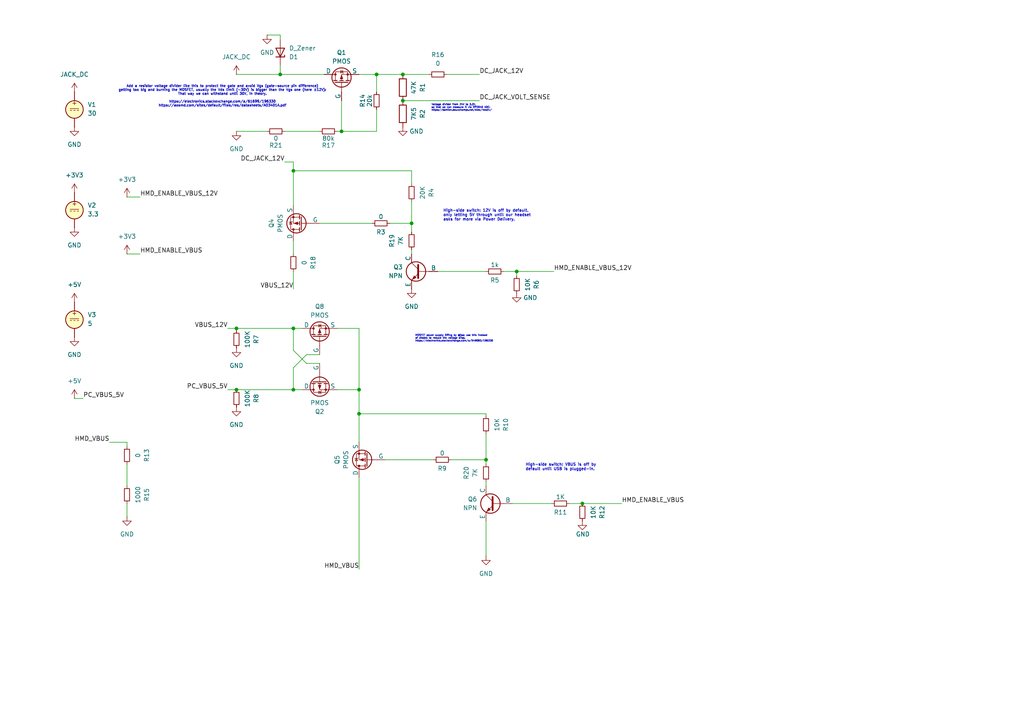
<source format=kicad_sch>
(kicad_sch
	(version 20231120)
	(generator "eeschema")
	(generator_version "8.0")
	(uuid "f11bb3d3-5794-4a95-b9a9-d0bd9f1c0d65")
	(paper "A4")
	(lib_symbols
		(symbol "Device:D_Zener"
			(pin_numbers hide)
			(pin_names
				(offset 1.016) hide)
			(exclude_from_sim no)
			(in_bom yes)
			(on_board yes)
			(property "Reference" "D"
				(at 0 2.54 0)
				(effects
					(font
						(size 1.27 1.27)
					)
				)
			)
			(property "Value" "D_Zener"
				(at 0 -2.54 0)
				(effects
					(font
						(size 1.27 1.27)
					)
				)
			)
			(property "Footprint" ""
				(at 0 0 0)
				(effects
					(font
						(size 1.27 1.27)
					)
					(hide yes)
				)
			)
			(property "Datasheet" "~"
				(at 0 0 0)
				(effects
					(font
						(size 1.27 1.27)
					)
					(hide yes)
				)
			)
			(property "Description" "Zener diode"
				(at 0 0 0)
				(effects
					(font
						(size 1.27 1.27)
					)
					(hide yes)
				)
			)
			(property "ki_keywords" "diode"
				(at 0 0 0)
				(effects
					(font
						(size 1.27 1.27)
					)
					(hide yes)
				)
			)
			(property "ki_fp_filters" "TO-???* *_Diode_* *SingleDiode* D_*"
				(at 0 0 0)
				(effects
					(font
						(size 1.27 1.27)
					)
					(hide yes)
				)
			)
			(symbol "D_Zener_0_1"
				(polyline
					(pts
						(xy 1.27 0) (xy -1.27 0)
					)
					(stroke
						(width 0)
						(type default)
					)
					(fill
						(type none)
					)
				)
				(polyline
					(pts
						(xy -1.27 -1.27) (xy -1.27 1.27) (xy -0.762 1.27)
					)
					(stroke
						(width 0.254)
						(type default)
					)
					(fill
						(type none)
					)
				)
				(polyline
					(pts
						(xy 1.27 -1.27) (xy 1.27 1.27) (xy -1.27 0) (xy 1.27 -1.27)
					)
					(stroke
						(width 0.254)
						(type default)
					)
					(fill
						(type none)
					)
				)
			)
			(symbol "D_Zener_1_1"
				(pin passive line
					(at -3.81 0 0)
					(length 2.54)
					(name "K"
						(effects
							(font
								(size 1.27 1.27)
							)
						)
					)
					(number "1"
						(effects
							(font
								(size 1.27 1.27)
							)
						)
					)
				)
				(pin passive line
					(at 3.81 0 180)
					(length 2.54)
					(name "A"
						(effects
							(font
								(size 1.27 1.27)
							)
						)
					)
					(number "2"
						(effects
							(font
								(size 1.27 1.27)
							)
						)
					)
				)
			)
		)
		(symbol "Device:R"
			(pin_numbers hide)
			(pin_names
				(offset 0)
			)
			(exclude_from_sim no)
			(in_bom yes)
			(on_board yes)
			(property "Reference" "R"
				(at 2.032 0 90)
				(effects
					(font
						(size 1.27 1.27)
					)
				)
			)
			(property "Value" "R"
				(at 0 0 90)
				(effects
					(font
						(size 1.27 1.27)
					)
				)
			)
			(property "Footprint" ""
				(at -1.778 0 90)
				(effects
					(font
						(size 1.27 1.27)
					)
					(hide yes)
				)
			)
			(property "Datasheet" "~"
				(at 0 0 0)
				(effects
					(font
						(size 1.27 1.27)
					)
					(hide yes)
				)
			)
			(property "Description" "Resistor"
				(at 0 0 0)
				(effects
					(font
						(size 1.27 1.27)
					)
					(hide yes)
				)
			)
			(property "ki_keywords" "R res resistor"
				(at 0 0 0)
				(effects
					(font
						(size 1.27 1.27)
					)
					(hide yes)
				)
			)
			(property "ki_fp_filters" "R_*"
				(at 0 0 0)
				(effects
					(font
						(size 1.27 1.27)
					)
					(hide yes)
				)
			)
			(symbol "R_0_1"
				(rectangle
					(start -1.016 -2.54)
					(end 1.016 2.54)
					(stroke
						(width 0.254)
						(type default)
					)
					(fill
						(type none)
					)
				)
			)
			(symbol "R_1_1"
				(pin passive line
					(at 0 3.81 270)
					(length 1.27)
					(name "~"
						(effects
							(font
								(size 1.27 1.27)
							)
						)
					)
					(number "1"
						(effects
							(font
								(size 1.27 1.27)
							)
						)
					)
				)
				(pin passive line
					(at 0 -3.81 90)
					(length 1.27)
					(name "~"
						(effects
							(font
								(size 1.27 1.27)
							)
						)
					)
					(number "2"
						(effects
							(font
								(size 1.27 1.27)
							)
						)
					)
				)
			)
		)
		(symbol "Device:R_Small"
			(pin_numbers hide)
			(pin_names
				(offset 0.254) hide)
			(exclude_from_sim no)
			(in_bom yes)
			(on_board yes)
			(property "Reference" "R"
				(at 0.762 0.508 0)
				(effects
					(font
						(size 1.27 1.27)
					)
					(justify left)
				)
			)
			(property "Value" "R_Small"
				(at 0.762 -1.016 0)
				(effects
					(font
						(size 1.27 1.27)
					)
					(justify left)
				)
			)
			(property "Footprint" ""
				(at 0 0 0)
				(effects
					(font
						(size 1.27 1.27)
					)
					(hide yes)
				)
			)
			(property "Datasheet" "~"
				(at 0 0 0)
				(effects
					(font
						(size 1.27 1.27)
					)
					(hide yes)
				)
			)
			(property "Description" "Resistor, small symbol"
				(at 0 0 0)
				(effects
					(font
						(size 1.27 1.27)
					)
					(hide yes)
				)
			)
			(property "ki_keywords" "R resistor"
				(at 0 0 0)
				(effects
					(font
						(size 1.27 1.27)
					)
					(hide yes)
				)
			)
			(property "ki_fp_filters" "R_*"
				(at 0 0 0)
				(effects
					(font
						(size 1.27 1.27)
					)
					(hide yes)
				)
			)
			(symbol "R_Small_0_1"
				(rectangle
					(start -0.762 1.778)
					(end 0.762 -1.778)
					(stroke
						(width 0.2032)
						(type default)
					)
					(fill
						(type none)
					)
				)
			)
			(symbol "R_Small_1_1"
				(pin passive line
					(at 0 2.54 270)
					(length 0.762)
					(name "~"
						(effects
							(font
								(size 1.27 1.27)
							)
						)
					)
					(number "1"
						(effects
							(font
								(size 1.27 1.27)
							)
						)
					)
				)
				(pin passive line
					(at 0 -2.54 90)
					(length 0.762)
					(name "~"
						(effects
							(font
								(size 1.27 1.27)
							)
						)
					)
					(number "2"
						(effects
							(font
								(size 1.27 1.27)
							)
						)
					)
				)
			)
		)
		(symbol "Simulation_SPICE:NPN"
			(pin_numbers hide)
			(pin_names
				(offset 0)
			)
			(exclude_from_sim no)
			(in_bom yes)
			(on_board yes)
			(property "Reference" "Q"
				(at -2.54 7.62 0)
				(effects
					(font
						(size 1.27 1.27)
					)
				)
			)
			(property "Value" "NPN"
				(at -2.54 5.08 0)
				(effects
					(font
						(size 1.27 1.27)
					)
				)
			)
			(property "Footprint" ""
				(at 63.5 0 0)
				(effects
					(font
						(size 1.27 1.27)
					)
					(hide yes)
				)
			)
			(property "Datasheet" "https://ngspice.sourceforge.io/docs/ngspice-html-manual/manual.xhtml#cha_BJTs"
				(at 63.5 0 0)
				(effects
					(font
						(size 1.27 1.27)
					)
					(hide yes)
				)
			)
			(property "Description" "Bipolar transistor symbol for simulation only, substrate tied to the emitter"
				(at 0 0 0)
				(effects
					(font
						(size 1.27 1.27)
					)
					(hide yes)
				)
			)
			(property "Sim.Device" "NPN"
				(at 0 0 0)
				(effects
					(font
						(size 1.27 1.27)
					)
					(hide yes)
				)
			)
			(property "Sim.Type" "GUMMELPOON"
				(at 0 0 0)
				(effects
					(font
						(size 1.27 1.27)
					)
					(hide yes)
				)
			)
			(property "Sim.Pins" "1=C 2=B 3=E"
				(at 0 0 0)
				(effects
					(font
						(size 1.27 1.27)
					)
					(hide yes)
				)
			)
			(property "ki_keywords" "simulation"
				(at 0 0 0)
				(effects
					(font
						(size 1.27 1.27)
					)
					(hide yes)
				)
			)
			(symbol "NPN_0_1"
				(polyline
					(pts
						(xy -2.54 0) (xy 0.635 0)
					)
					(stroke
						(width 0.1524)
						(type default)
					)
					(fill
						(type none)
					)
				)
				(polyline
					(pts
						(xy 0.635 0.635) (xy 2.54 2.54)
					)
					(stroke
						(width 0)
						(type default)
					)
					(fill
						(type none)
					)
				)
				(polyline
					(pts
						(xy 2.794 -1.27) (xy 2.794 -1.27)
					)
					(stroke
						(width 0.1524)
						(type default)
					)
					(fill
						(type none)
					)
				)
				(polyline
					(pts
						(xy 2.794 -1.27) (xy 2.794 -1.27)
					)
					(stroke
						(width 0.1524)
						(type default)
					)
					(fill
						(type none)
					)
				)
				(polyline
					(pts
						(xy 0.635 -0.635) (xy 2.54 -2.54) (xy 2.54 -2.54)
					)
					(stroke
						(width 0)
						(type default)
					)
					(fill
						(type none)
					)
				)
				(polyline
					(pts
						(xy 0.635 1.905) (xy 0.635 -1.905) (xy 0.635 -1.905)
					)
					(stroke
						(width 0.508)
						(type default)
					)
					(fill
						(type none)
					)
				)
				(polyline
					(pts
						(xy 1.27 -1.778) (xy 1.778 -1.27) (xy 2.286 -2.286) (xy 1.27 -1.778) (xy 1.27 -1.778)
					)
					(stroke
						(width 0)
						(type default)
					)
					(fill
						(type outline)
					)
				)
				(circle
					(center 1.27 0)
					(radius 2.8194)
					(stroke
						(width 0.254)
						(type default)
					)
					(fill
						(type none)
					)
				)
			)
			(symbol "NPN_1_1"
				(pin open_collector line
					(at 2.54 5.08 270)
					(length 2.54)
					(name "C"
						(effects
							(font
								(size 1.27 1.27)
							)
						)
					)
					(number "1"
						(effects
							(font
								(size 1.27 1.27)
							)
						)
					)
				)
				(pin input line
					(at -5.08 0 0)
					(length 2.54)
					(name "B"
						(effects
							(font
								(size 1.27 1.27)
							)
						)
					)
					(number "2"
						(effects
							(font
								(size 1.27 1.27)
							)
						)
					)
				)
				(pin open_emitter line
					(at 2.54 -5.08 90)
					(length 2.54)
					(name "E"
						(effects
							(font
								(size 1.27 1.27)
							)
						)
					)
					(number "3"
						(effects
							(font
								(size 1.27 1.27)
							)
						)
					)
				)
			)
		)
		(symbol "Simulation_SPICE:PMOS"
			(pin_numbers hide)
			(pin_names
				(offset 0)
			)
			(exclude_from_sim no)
			(in_bom yes)
			(on_board yes)
			(property "Reference" "Q"
				(at 5.08 1.27 0)
				(effects
					(font
						(size 1.27 1.27)
					)
					(justify left)
				)
			)
			(property "Value" "PMOS"
				(at 5.08 -1.27 0)
				(effects
					(font
						(size 1.27 1.27)
					)
					(justify left)
				)
			)
			(property "Footprint" ""
				(at 5.08 2.54 0)
				(effects
					(font
						(size 1.27 1.27)
					)
					(hide yes)
				)
			)
			(property "Datasheet" "https://ngspice.sourceforge.io/docs/ngspice-html-manual/manual.xhtml#cha_MOSFETs"
				(at 0 -12.7 0)
				(effects
					(font
						(size 1.27 1.27)
					)
					(hide yes)
				)
			)
			(property "Description" "P-MOSFET transistor, drain/source/gate"
				(at 0 0 0)
				(effects
					(font
						(size 1.27 1.27)
					)
					(hide yes)
				)
			)
			(property "Sim.Device" "PMOS"
				(at 0 -17.145 0)
				(effects
					(font
						(size 1.27 1.27)
					)
					(hide yes)
				)
			)
			(property "Sim.Type" "VDMOS"
				(at 0 -19.05 0)
				(effects
					(font
						(size 1.27 1.27)
					)
					(hide yes)
				)
			)
			(property "Sim.Pins" "1=D 2=G 3=S"
				(at 0 -15.24 0)
				(effects
					(font
						(size 1.27 1.27)
					)
					(hide yes)
				)
			)
			(property "ki_keywords" "transistor PMOS P-MOS P-MOSFET simulation"
				(at 0 0 0)
				(effects
					(font
						(size 1.27 1.27)
					)
					(hide yes)
				)
			)
			(symbol "PMOS_0_1"
				(polyline
					(pts
						(xy 0.254 0) (xy -2.54 0)
					)
					(stroke
						(width 0)
						(type default)
					)
					(fill
						(type none)
					)
				)
				(polyline
					(pts
						(xy 0.254 1.905) (xy 0.254 -1.905)
					)
					(stroke
						(width 0.254)
						(type default)
					)
					(fill
						(type none)
					)
				)
				(polyline
					(pts
						(xy 0.762 -1.27) (xy 0.762 -2.286)
					)
					(stroke
						(width 0.254)
						(type default)
					)
					(fill
						(type none)
					)
				)
				(polyline
					(pts
						(xy 0.762 0.508) (xy 0.762 -0.508)
					)
					(stroke
						(width 0.254)
						(type default)
					)
					(fill
						(type none)
					)
				)
				(polyline
					(pts
						(xy 0.762 2.286) (xy 0.762 1.27)
					)
					(stroke
						(width 0.254)
						(type default)
					)
					(fill
						(type none)
					)
				)
				(polyline
					(pts
						(xy 2.54 2.54) (xy 2.54 1.778)
					)
					(stroke
						(width 0)
						(type default)
					)
					(fill
						(type none)
					)
				)
				(polyline
					(pts
						(xy 2.54 -2.54) (xy 2.54 0) (xy 0.762 0)
					)
					(stroke
						(width 0)
						(type default)
					)
					(fill
						(type none)
					)
				)
				(polyline
					(pts
						(xy 0.762 1.778) (xy 3.302 1.778) (xy 3.302 -1.778) (xy 0.762 -1.778)
					)
					(stroke
						(width 0)
						(type default)
					)
					(fill
						(type none)
					)
				)
				(polyline
					(pts
						(xy 2.286 0) (xy 1.27 0.381) (xy 1.27 -0.381) (xy 2.286 0)
					)
					(stroke
						(width 0)
						(type default)
					)
					(fill
						(type outline)
					)
				)
				(polyline
					(pts
						(xy 2.794 -0.508) (xy 2.921 -0.381) (xy 3.683 -0.381) (xy 3.81 -0.254)
					)
					(stroke
						(width 0)
						(type default)
					)
					(fill
						(type none)
					)
				)
				(polyline
					(pts
						(xy 3.302 -0.381) (xy 2.921 0.254) (xy 3.683 0.254) (xy 3.302 -0.381)
					)
					(stroke
						(width 0)
						(type default)
					)
					(fill
						(type none)
					)
				)
				(circle
					(center 1.651 0)
					(radius 2.794)
					(stroke
						(width 0.254)
						(type default)
					)
					(fill
						(type none)
					)
				)
				(circle
					(center 2.54 -1.778)
					(radius 0.254)
					(stroke
						(width 0)
						(type default)
					)
					(fill
						(type outline)
					)
				)
				(circle
					(center 2.54 1.778)
					(radius 0.254)
					(stroke
						(width 0)
						(type default)
					)
					(fill
						(type outline)
					)
				)
			)
			(symbol "PMOS_1_1"
				(pin passive line
					(at 2.54 5.08 270)
					(length 2.54)
					(name "D"
						(effects
							(font
								(size 1.27 1.27)
							)
						)
					)
					(number "1"
						(effects
							(font
								(size 1.27 1.27)
							)
						)
					)
				)
				(pin input line
					(at -5.08 0 0)
					(length 2.54)
					(name "G"
						(effects
							(font
								(size 1.27 1.27)
							)
						)
					)
					(number "2"
						(effects
							(font
								(size 1.27 1.27)
							)
						)
					)
				)
				(pin passive line
					(at 2.54 -5.08 90)
					(length 2.54)
					(name "S"
						(effects
							(font
								(size 1.27 1.27)
							)
						)
					)
					(number "3"
						(effects
							(font
								(size 1.27 1.27)
							)
						)
					)
				)
			)
		)
		(symbol "Simulation_SPICE:VDC"
			(pin_numbers hide)
			(pin_names
				(offset 0.0254)
			)
			(exclude_from_sim no)
			(in_bom yes)
			(on_board yes)
			(property "Reference" "V"
				(at 2.54 2.54 0)
				(effects
					(font
						(size 1.27 1.27)
					)
					(justify left)
				)
			)
			(property "Value" "1"
				(at 2.54 0 0)
				(effects
					(font
						(size 1.27 1.27)
					)
					(justify left)
				)
			)
			(property "Footprint" ""
				(at 0 0 0)
				(effects
					(font
						(size 1.27 1.27)
					)
					(hide yes)
				)
			)
			(property "Datasheet" "https://ngspice.sourceforge.io/docs/ngspice-html-manual/manual.xhtml#sec_Independent_Sources_for"
				(at 0 0 0)
				(effects
					(font
						(size 1.27 1.27)
					)
					(hide yes)
				)
			)
			(property "Description" "Voltage source, DC"
				(at 0 0 0)
				(effects
					(font
						(size 1.27 1.27)
					)
					(hide yes)
				)
			)
			(property "Sim.Pins" "1=+ 2=-"
				(at 0 0 0)
				(effects
					(font
						(size 1.27 1.27)
					)
					(hide yes)
				)
			)
			(property "Sim.Type" "DC"
				(at 0 0 0)
				(effects
					(font
						(size 1.27 1.27)
					)
					(hide yes)
				)
			)
			(property "Sim.Device" "V"
				(at 0 0 0)
				(effects
					(font
						(size 1.27 1.27)
					)
					(justify left)
					(hide yes)
				)
			)
			(property "ki_keywords" "simulation"
				(at 0 0 0)
				(effects
					(font
						(size 1.27 1.27)
					)
					(hide yes)
				)
			)
			(symbol "VDC_0_0"
				(polyline
					(pts
						(xy -1.27 0.254) (xy 1.27 0.254)
					)
					(stroke
						(width 0)
						(type default)
					)
					(fill
						(type none)
					)
				)
				(polyline
					(pts
						(xy -0.762 -0.254) (xy -1.27 -0.254)
					)
					(stroke
						(width 0)
						(type default)
					)
					(fill
						(type none)
					)
				)
				(polyline
					(pts
						(xy 0.254 -0.254) (xy -0.254 -0.254)
					)
					(stroke
						(width 0)
						(type default)
					)
					(fill
						(type none)
					)
				)
				(polyline
					(pts
						(xy 1.27 -0.254) (xy 0.762 -0.254)
					)
					(stroke
						(width 0)
						(type default)
					)
					(fill
						(type none)
					)
				)
				(text "+"
					(at 0 1.905 0)
					(effects
						(font
							(size 1.27 1.27)
						)
					)
				)
			)
			(symbol "VDC_0_1"
				(circle
					(center 0 0)
					(radius 2.54)
					(stroke
						(width 0.254)
						(type default)
					)
					(fill
						(type background)
					)
				)
			)
			(symbol "VDC_1_1"
				(pin passive line
					(at 0 5.08 270)
					(length 2.54)
					(name "~"
						(effects
							(font
								(size 1.27 1.27)
							)
						)
					)
					(number "1"
						(effects
							(font
								(size 1.27 1.27)
							)
						)
					)
				)
				(pin passive line
					(at 0 -5.08 90)
					(length 2.54)
					(name "~"
						(effects
							(font
								(size 1.27 1.27)
							)
						)
					)
					(number "2"
						(effects
							(font
								(size 1.27 1.27)
							)
						)
					)
				)
			)
		)
		(symbol "power:+3V3"
			(power)
			(pin_numbers hide)
			(pin_names
				(offset 0) hide)
			(exclude_from_sim no)
			(in_bom yes)
			(on_board yes)
			(property "Reference" "#PWR"
				(at 0 -3.81 0)
				(effects
					(font
						(size 1.27 1.27)
					)
					(hide yes)
				)
			)
			(property "Value" "+3V3"
				(at 0 3.556 0)
				(effects
					(font
						(size 1.27 1.27)
					)
				)
			)
			(property "Footprint" ""
				(at 0 0 0)
				(effects
					(font
						(size 1.27 1.27)
					)
					(hide yes)
				)
			)
			(property "Datasheet" ""
				(at 0 0 0)
				(effects
					(font
						(size 1.27 1.27)
					)
					(hide yes)
				)
			)
			(property "Description" "Power symbol creates a global label with name \"+3V3\""
				(at 0 0 0)
				(effects
					(font
						(size 1.27 1.27)
					)
					(hide yes)
				)
			)
			(property "ki_keywords" "global power"
				(at 0 0 0)
				(effects
					(font
						(size 1.27 1.27)
					)
					(hide yes)
				)
			)
			(symbol "+3V3_0_1"
				(polyline
					(pts
						(xy -0.762 1.27) (xy 0 2.54)
					)
					(stroke
						(width 0)
						(type default)
					)
					(fill
						(type none)
					)
				)
				(polyline
					(pts
						(xy 0 0) (xy 0 2.54)
					)
					(stroke
						(width 0)
						(type default)
					)
					(fill
						(type none)
					)
				)
				(polyline
					(pts
						(xy 0 2.54) (xy 0.762 1.27)
					)
					(stroke
						(width 0)
						(type default)
					)
					(fill
						(type none)
					)
				)
			)
			(symbol "+3V3_1_1"
				(pin power_in line
					(at 0 0 90)
					(length 0)
					(name "~"
						(effects
							(font
								(size 1.27 1.27)
							)
						)
					)
					(number "1"
						(effects
							(font
								(size 1.27 1.27)
							)
						)
					)
				)
			)
		)
		(symbol "power:GND"
			(power)
			(pin_numbers hide)
			(pin_names
				(offset 0) hide)
			(exclude_from_sim no)
			(in_bom yes)
			(on_board yes)
			(property "Reference" "#PWR"
				(at 0 -6.35 0)
				(effects
					(font
						(size 1.27 1.27)
					)
					(hide yes)
				)
			)
			(property "Value" "GND"
				(at 0 -3.81 0)
				(effects
					(font
						(size 1.27 1.27)
					)
				)
			)
			(property "Footprint" ""
				(at 0 0 0)
				(effects
					(font
						(size 1.27 1.27)
					)
					(hide yes)
				)
			)
			(property "Datasheet" ""
				(at 0 0 0)
				(effects
					(font
						(size 1.27 1.27)
					)
					(hide yes)
				)
			)
			(property "Description" "Power symbol creates a global label with name \"GND\" , ground"
				(at 0 0 0)
				(effects
					(font
						(size 1.27 1.27)
					)
					(hide yes)
				)
			)
			(property "ki_keywords" "global power"
				(at 0 0 0)
				(effects
					(font
						(size 1.27 1.27)
					)
					(hide yes)
				)
			)
			(symbol "GND_0_1"
				(polyline
					(pts
						(xy 0 0) (xy 0 -1.27) (xy 1.27 -1.27) (xy 0 -2.54) (xy -1.27 -1.27) (xy 0 -1.27)
					)
					(stroke
						(width 0)
						(type default)
					)
					(fill
						(type none)
					)
				)
			)
			(symbol "GND_1_1"
				(pin power_in line
					(at 0 0 270)
					(length 0)
					(name "~"
						(effects
							(font
								(size 1.27 1.27)
							)
						)
					)
					(number "1"
						(effects
							(font
								(size 1.27 1.27)
							)
						)
					)
				)
			)
		)
		(symbol "power:VDD"
			(power)
			(pin_numbers hide)
			(pin_names
				(offset 0) hide)
			(exclude_from_sim no)
			(in_bom yes)
			(on_board yes)
			(property "Reference" "#PWR"
				(at 0 -3.81 0)
				(effects
					(font
						(size 1.27 1.27)
					)
					(hide yes)
				)
			)
			(property "Value" "VDD"
				(at 0 3.556 0)
				(effects
					(font
						(size 1.27 1.27)
					)
				)
			)
			(property "Footprint" ""
				(at 0 0 0)
				(effects
					(font
						(size 1.27 1.27)
					)
					(hide yes)
				)
			)
			(property "Datasheet" ""
				(at 0 0 0)
				(effects
					(font
						(size 1.27 1.27)
					)
					(hide yes)
				)
			)
			(property "Description" "Power symbol creates a global label with name \"VDD\""
				(at 0 0 0)
				(effects
					(font
						(size 1.27 1.27)
					)
					(hide yes)
				)
			)
			(property "ki_keywords" "global power"
				(at 0 0 0)
				(effects
					(font
						(size 1.27 1.27)
					)
					(hide yes)
				)
			)
			(symbol "VDD_0_1"
				(polyline
					(pts
						(xy -0.762 1.27) (xy 0 2.54)
					)
					(stroke
						(width 0)
						(type default)
					)
					(fill
						(type none)
					)
				)
				(polyline
					(pts
						(xy 0 0) (xy 0 2.54)
					)
					(stroke
						(width 0)
						(type default)
					)
					(fill
						(type none)
					)
				)
				(polyline
					(pts
						(xy 0 2.54) (xy 0.762 1.27)
					)
					(stroke
						(width 0)
						(type default)
					)
					(fill
						(type none)
					)
				)
			)
			(symbol "VDD_1_1"
				(pin power_in line
					(at 0 0 90)
					(length 0)
					(name "~"
						(effects
							(font
								(size 1.27 1.27)
							)
						)
					)
					(number "1"
						(effects
							(font
								(size 1.27 1.27)
							)
						)
					)
				)
			)
		)
	)
	(junction
		(at 85.09 49.53)
		(diameter 0)
		(color 0 0 0 0)
		(uuid "14241390-213b-4743-af4e-8a274f654fd8")
	)
	(junction
		(at 119.38 64.77)
		(diameter 0)
		(color 0 0 0 0)
		(uuid "179fed66-5488-42ad-b99d-eddc44b67721")
	)
	(junction
		(at 68.58 95.25)
		(diameter 0)
		(color 0 0 0 0)
		(uuid "1a32450a-000d-49f1-a593-cabd089b729b")
	)
	(junction
		(at 85.09 113.03)
		(diameter 0)
		(color 0 0 0 0)
		(uuid "2d5a9178-152a-4e76-96c8-0c3e5252ec14")
	)
	(junction
		(at 85.09 95.25)
		(diameter 0)
		(color 0 0 0 0)
		(uuid "4b112b0a-1713-4382-bfa4-e3d2ceeac2d3")
	)
	(junction
		(at 99.06 38.1)
		(diameter 0)
		(color 0 0 0 0)
		(uuid "5a04169e-3769-4454-ae9f-1a8b81275509")
	)
	(junction
		(at 68.58 113.03)
		(diameter 0)
		(color 0 0 0 0)
		(uuid "764d0b86-6b98-4ee7-b423-95d7ed947713")
	)
	(junction
		(at 81.28 21.59)
		(diameter 0)
		(color 0 0 0 0)
		(uuid "83308c51-3619-4677-a3e8-a7b3f3603a30")
	)
	(junction
		(at 116.84 29.21)
		(diameter 0)
		(color 0 0 0 0)
		(uuid "8b910e68-3e7b-4acf-a2c7-4653ef9284c1")
	)
	(junction
		(at 140.97 133.35)
		(diameter 0)
		(color 0 0 0 0)
		(uuid "a250a3e0-4f41-41ce-a4d7-8c7e6b1d9ed6")
	)
	(junction
		(at 168.91 146.05)
		(diameter 0)
		(color 0 0 0 0)
		(uuid "c272f096-3b02-4dd8-8ec2-023962769d15")
	)
	(junction
		(at 116.84 21.59)
		(diameter 0)
		(color 0 0 0 0)
		(uuid "e9bea691-34bf-47df-a797-de7d673c9154")
	)
	(junction
		(at 104.14 113.03)
		(diameter 0)
		(color 0 0 0 0)
		(uuid "ed3cdf6b-4a01-4777-96a4-1e6304e31e01")
	)
	(junction
		(at 104.14 120.015)
		(diameter 0)
		(color 0 0 0 0)
		(uuid "f9a5e8f4-1e25-4cd9-9f75-ff552b934cb8")
	)
	(junction
		(at 149.86 78.74)
		(diameter 0)
		(color 0 0 0 0)
		(uuid "fef98c8a-9087-402e-ad62-d08968e809fa")
	)
	(junction
		(at 109.22 21.59)
		(diameter 0)
		(color 0 0 0 0)
		(uuid "ff147d1b-4dfb-48bb-b2ac-f1d2c9666eb1")
	)
	(wire
		(pts
			(xy 130.81 133.35) (xy 140.97 133.35)
		)
		(stroke
			(width 0)
			(type default)
		)
		(uuid "038aa1af-7d1f-44b3-9dd8-03e90f2547c4")
	)
	(wire
		(pts
			(xy 99.06 38.1) (xy 109.22 38.1)
		)
		(stroke
			(width 0)
			(type default)
		)
		(uuid "04f4f03b-1825-4b66-beb4-ec9d23310db9")
	)
	(wire
		(pts
			(xy 85.09 106.68) (xy 85.09 113.03)
		)
		(stroke
			(width 0)
			(type default)
		)
		(uuid "08de96bd-b723-44de-8277-e39430898c19")
	)
	(wire
		(pts
			(xy 68.58 21.59) (xy 81.28 21.59)
		)
		(stroke
			(width 0)
			(type default)
		)
		(uuid "0b597c19-181a-408e-88e4-b19201f6b99c")
	)
	(wire
		(pts
			(xy 31.75 128.27) (xy 36.83 128.27)
		)
		(stroke
			(width 0)
			(type default)
		)
		(uuid "0eaa2ce9-0586-48c9-8aa6-1202ea4ced5d")
	)
	(wire
		(pts
			(xy 140.97 151.13) (xy 140.97 161.29)
		)
		(stroke
			(width 0)
			(type default)
		)
		(uuid "107d40fa-1bad-4f31-b480-7527aaae50e2")
	)
	(wire
		(pts
			(xy 97.79 113.03) (xy 104.14 113.03)
		)
		(stroke
			(width 0)
			(type default)
		)
		(uuid "23a72585-9191-431e-b8d0-3ae38e83fee9")
	)
	(wire
		(pts
			(xy 119.38 64.77) (xy 119.38 58.42)
		)
		(stroke
			(width 0)
			(type default)
		)
		(uuid "246bbd62-3d6b-4d30-9060-6eb6a3e9a26c")
	)
	(wire
		(pts
			(xy 140.97 125.73) (xy 140.97 133.35)
		)
		(stroke
			(width 0)
			(type default)
		)
		(uuid "298352ed-cf50-4a21-a394-e0b810d7cb81")
	)
	(wire
		(pts
			(xy 107.95 64.77) (xy 92.71 64.77)
		)
		(stroke
			(width 0)
			(type default)
		)
		(uuid "2eee8868-d053-4867-b227-bd7f45871cc7")
	)
	(wire
		(pts
			(xy 104.14 21.59) (xy 109.22 21.59)
		)
		(stroke
			(width 0)
			(type default)
		)
		(uuid "30e848f1-8127-4db2-85ae-a1cb932c3f49")
	)
	(wire
		(pts
			(xy 111.76 133.35) (xy 125.73 133.35)
		)
		(stroke
			(width 0)
			(type default)
		)
		(uuid "33d8c82d-3e64-4395-ba00-8f5dd8ef0388")
	)
	(wire
		(pts
			(xy 109.22 21.59) (xy 116.84 21.59)
		)
		(stroke
			(width 0)
			(type default)
		)
		(uuid "38a3289d-5152-454c-a02d-7f7a8c7ece9b")
	)
	(wire
		(pts
			(xy 116.84 21.59) (xy 124.46 21.59)
		)
		(stroke
			(width 0)
			(type default)
		)
		(uuid "39d1a81d-2f7f-4f65-93bb-643ef83bb44a")
	)
	(wire
		(pts
			(xy 36.83 128.27) (xy 36.83 129.54)
		)
		(stroke
			(width 0)
			(type default)
		)
		(uuid "3b215d4c-106a-408c-bdd3-2bfd1eb800f9")
	)
	(wire
		(pts
			(xy 140.97 133.35) (xy 140.97 134.62)
		)
		(stroke
			(width 0)
			(type default)
		)
		(uuid "3b41a9d4-1ae2-4c74-9460-bee9a926f613")
	)
	(wire
		(pts
			(xy 77.47 10.16) (xy 81.28 10.16)
		)
		(stroke
			(width 0)
			(type default)
		)
		(uuid "3b420861-341f-4c99-906a-a9c63d9c8e2e")
	)
	(wire
		(pts
			(xy 165.1 146.05) (xy 168.91 146.05)
		)
		(stroke
			(width 0)
			(type default)
		)
		(uuid "3d19b879-b913-4352-a740-30e8b0093c5a")
	)
	(wire
		(pts
			(xy 148.59 146.05) (xy 160.02 146.05)
		)
		(stroke
			(width 0)
			(type default)
		)
		(uuid "3e10cb69-49d4-45ab-b1ed-72098d2cf673")
	)
	(wire
		(pts
			(xy 104.14 165.1) (xy 104.14 138.43)
		)
		(stroke
			(width 0)
			(type default)
		)
		(uuid "3e24d2a4-92f5-4a91-bbbe-ac7c264ea994")
	)
	(wire
		(pts
			(xy 140.97 139.7) (xy 140.97 140.97)
		)
		(stroke
			(width 0)
			(type default)
		)
		(uuid "47c2c164-ebc6-41c6-b821-9405cd09c220")
	)
	(wire
		(pts
			(xy 66.04 95.25) (xy 68.58 95.25)
		)
		(stroke
			(width 0)
			(type default)
		)
		(uuid "49b8b019-2e96-4b3b-adf1-6ad977baaa8b")
	)
	(wire
		(pts
			(xy 85.09 73.66) (xy 85.09 69.85)
		)
		(stroke
			(width 0)
			(type default)
		)
		(uuid "51873aae-dc11-4150-8d6d-500e23301c4f")
	)
	(wire
		(pts
			(xy 36.83 57.15) (xy 40.64 57.15)
		)
		(stroke
			(width 0)
			(type default)
		)
		(uuid "53e0c084-30d2-4bce-9c8d-a154ae815663")
	)
	(wire
		(pts
			(xy 36.83 134.62) (xy 36.83 140.97)
		)
		(stroke
			(width 0)
			(type default)
		)
		(uuid "64acca31-7999-4776-bb3a-1d427f3e157c")
	)
	(wire
		(pts
			(xy 36.83 73.66) (xy 40.64 73.66)
		)
		(stroke
			(width 0)
			(type default)
		)
		(uuid "67173844-be04-4191-890c-d8bffdf9be23")
	)
	(wire
		(pts
			(xy 97.79 95.25) (xy 104.14 95.25)
		)
		(stroke
			(width 0)
			(type default)
		)
		(uuid "6c4e14f3-4d2a-4505-b0c7-97166414fbd5")
	)
	(wire
		(pts
			(xy 104.14 95.25) (xy 104.14 113.03)
		)
		(stroke
			(width 0)
			(type default)
		)
		(uuid "6fd1a51c-faa1-4615-85c2-0d082a415ea5")
	)
	(wire
		(pts
			(xy 36.83 146.05) (xy 36.83 149.86)
		)
		(stroke
			(width 0)
			(type default)
		)
		(uuid "70651a00-62d5-4381-940f-492e79e008f3")
	)
	(wire
		(pts
			(xy 97.79 38.1) (xy 99.06 38.1)
		)
		(stroke
			(width 0)
			(type default)
		)
		(uuid "70c40caa-fa2c-435f-94f7-1e0cd0dc2e2e")
	)
	(wire
		(pts
			(xy 68.58 38.1) (xy 77.47 38.1)
		)
		(stroke
			(width 0)
			(type default)
		)
		(uuid "73b2428f-2541-4951-aa86-13fc756e53fd")
	)
	(wire
		(pts
			(xy 68.58 95.885) (xy 68.58 95.25)
		)
		(stroke
			(width 0)
			(type default)
		)
		(uuid "74b6f396-cd8d-4f2c-a968-6dca534e9a5e")
	)
	(wire
		(pts
			(xy 92.71 105.41) (xy 88.9 105.41)
		)
		(stroke
			(width 0)
			(type default)
		)
		(uuid "75ffbcf1-f5f5-46cd-8aeb-e4e0020fc637")
	)
	(wire
		(pts
			(xy 21.59 115.57) (xy 24.13 115.57)
		)
		(stroke
			(width 0)
			(type default)
		)
		(uuid "7670b480-3965-469a-86ef-44363f94a204")
	)
	(wire
		(pts
			(xy 119.38 72.39) (xy 119.38 73.66)
		)
		(stroke
			(width 0)
			(type default)
		)
		(uuid "794951b0-982e-4775-bc8b-c36451c74e33")
	)
	(wire
		(pts
			(xy 119.38 49.53) (xy 85.09 49.53)
		)
		(stroke
			(width 0)
			(type default)
		)
		(uuid "7c2e0408-9d6e-4e4d-ab36-dd645ef58949")
	)
	(wire
		(pts
			(xy 66.04 113.03) (xy 68.58 113.03)
		)
		(stroke
			(width 0)
			(type default)
		)
		(uuid "83df97da-7e14-4ed6-b334-7ebf617e239a")
	)
	(wire
		(pts
			(xy 109.22 31.75) (xy 109.22 38.1)
		)
		(stroke
			(width 0)
			(type default)
		)
		(uuid "83e90280-38d4-423f-a460-3144c9c14966")
	)
	(wire
		(pts
			(xy 104.14 120.015) (xy 104.14 128.27)
		)
		(stroke
			(width 0)
			(type default)
		)
		(uuid "88838455-1b6c-4cf3-9d14-b2fb89608172")
	)
	(wire
		(pts
			(xy 82.55 38.1) (xy 92.71 38.1)
		)
		(stroke
			(width 0)
			(type default)
		)
		(uuid "8d2dc63f-9eb2-4339-aeff-9181721723f1")
	)
	(wire
		(pts
			(xy 85.09 95.25) (xy 87.63 95.25)
		)
		(stroke
			(width 0)
			(type default)
		)
		(uuid "8fcfd770-f001-44f2-8456-5c5e0d145a28")
	)
	(wire
		(pts
			(xy 109.22 26.67) (xy 109.22 21.59)
		)
		(stroke
			(width 0)
			(type default)
		)
		(uuid "9368fda6-5716-4610-ae92-14c418d17e40")
	)
	(wire
		(pts
			(xy 81.28 19.05) (xy 81.28 21.59)
		)
		(stroke
			(width 0)
			(type default)
		)
		(uuid "9a02776a-2bd0-405e-9cda-7cc712d15496")
	)
	(wire
		(pts
			(xy 85.09 78.74) (xy 85.09 83.82)
		)
		(stroke
			(width 0)
			(type default)
		)
		(uuid "9a4917ca-971f-4026-bc43-2d3822e76cef")
	)
	(wire
		(pts
			(xy 119.38 49.53) (xy 119.38 53.34)
		)
		(stroke
			(width 0)
			(type default)
		)
		(uuid "9d299d3a-e6a6-402e-9be6-a56c16d4fb09")
	)
	(wire
		(pts
			(xy 88.9 105.41) (xy 85.09 101.6)
		)
		(stroke
			(width 0)
			(type default)
		)
		(uuid "a1618fda-6e3f-4833-9c4b-2b2896f559c9")
	)
	(wire
		(pts
			(xy 113.03 64.77) (xy 119.38 64.77)
		)
		(stroke
			(width 0)
			(type default)
		)
		(uuid "a289b7de-3b24-4f07-9910-b5041e2a9944")
	)
	(wire
		(pts
			(xy 149.86 80.01) (xy 149.86 78.74)
		)
		(stroke
			(width 0)
			(type default)
		)
		(uuid "afda3a46-9a22-4ce8-b35b-085b78f98175")
	)
	(wire
		(pts
			(xy 140.97 120.65) (xy 140.97 120.015)
		)
		(stroke
			(width 0)
			(type default)
		)
		(uuid "b4b6f226-bf5a-4f02-bb48-f41be5c26580")
	)
	(wire
		(pts
			(xy 146.05 78.74) (xy 149.86 78.74)
		)
		(stroke
			(width 0)
			(type default)
		)
		(uuid "b80d7c98-3831-45ee-be99-661901096887")
	)
	(wire
		(pts
			(xy 81.28 10.16) (xy 81.28 11.43)
		)
		(stroke
			(width 0)
			(type default)
		)
		(uuid "b99b2539-bd32-4b73-813d-0c11d82496fa")
	)
	(wire
		(pts
			(xy 81.28 21.59) (xy 93.98 21.59)
		)
		(stroke
			(width 0)
			(type default)
		)
		(uuid "c78cb0b1-259c-4ee7-ac1e-5d9a34f00fd2")
	)
	(wire
		(pts
			(xy 104.14 113.03) (xy 104.14 120.015)
		)
		(stroke
			(width 0)
			(type default)
		)
		(uuid "c7ab446d-4848-4e98-a36b-6b3e8ab2f120")
	)
	(wire
		(pts
			(xy 127 78.74) (xy 140.97 78.74)
		)
		(stroke
			(width 0)
			(type default)
		)
		(uuid "c7fcda9a-fa8b-43aa-9ecc-7587d78ad05b")
	)
	(wire
		(pts
			(xy 85.09 46.99) (xy 85.09 49.53)
		)
		(stroke
			(width 0)
			(type default)
		)
		(uuid "cdc71b11-c757-4f02-8831-d0d761774f6f")
	)
	(wire
		(pts
			(xy 85.09 49.53) (xy 85.09 59.69)
		)
		(stroke
			(width 0)
			(type default)
		)
		(uuid "d14bd84f-7535-4fe9-8226-e075aca09d7d")
	)
	(wire
		(pts
			(xy 68.58 95.25) (xy 85.09 95.25)
		)
		(stroke
			(width 0)
			(type default)
		)
		(uuid "d4630181-9c8e-4898-8847-409cfb8cfe6d")
	)
	(wire
		(pts
			(xy 160.655 78.74) (xy 149.86 78.74)
		)
		(stroke
			(width 0)
			(type default)
		)
		(uuid "d69601ce-00f9-44b9-8451-9de92301f8fd")
	)
	(wire
		(pts
			(xy 180.34 146.05) (xy 168.91 146.05)
		)
		(stroke
			(width 0)
			(type default)
		)
		(uuid "da2e9800-5947-4dd0-ac8f-9cc619dbb2ae")
	)
	(wire
		(pts
			(xy 104.14 120.015) (xy 140.97 120.015)
		)
		(stroke
			(width 0)
			(type default)
		)
		(uuid "dc722c97-4aaa-43bc-944c-b1e8484296f7")
	)
	(wire
		(pts
			(xy 99.06 29.21) (xy 99.06 38.1)
		)
		(stroke
			(width 0)
			(type default)
		)
		(uuid "df8ee57b-50b5-4efe-9bba-23c120d8b46f")
	)
	(wire
		(pts
			(xy 85.09 95.25) (xy 85.09 101.6)
		)
		(stroke
			(width 0)
			(type default)
		)
		(uuid "e40d1e61-f1ca-4dc1-95cb-5104fac08085")
	)
	(wire
		(pts
			(xy 129.54 21.59) (xy 139.065 21.59)
		)
		(stroke
			(width 0)
			(type default)
		)
		(uuid "e7ec0e7f-0a42-4b6a-82e3-c036b045c322")
	)
	(wire
		(pts
			(xy 85.09 106.68) (xy 88.9 102.87)
		)
		(stroke
			(width 0)
			(type default)
		)
		(uuid "ea1d75fa-9e6d-4599-8902-6a3cd864c9d4")
	)
	(wire
		(pts
			(xy 92.71 102.87) (xy 88.9 102.87)
		)
		(stroke
			(width 0)
			(type default)
		)
		(uuid "f42dc5ef-a4a3-49b1-959b-430dc081f204")
	)
	(wire
		(pts
			(xy 85.09 113.03) (xy 87.63 113.03)
		)
		(stroke
			(width 0)
			(type default)
		)
		(uuid "f51937ae-cf09-49f8-95a8-55c45f86fa03")
	)
	(wire
		(pts
			(xy 119.38 64.77) (xy 119.38 67.31)
		)
		(stroke
			(width 0)
			(type default)
		)
		(uuid "f7f4616d-d262-45ff-bd23-920d942ac3f7")
	)
	(wire
		(pts
			(xy 116.84 29.21) (xy 139.065 29.21)
		)
		(stroke
			(width 0)
			(type default)
		)
		(uuid "fc5a624c-2925-4073-b448-bd21f71f800e")
	)
	(wire
		(pts
			(xy 82.55 46.99) (xy 85.09 46.99)
		)
		(stroke
			(width 0)
			(type default)
		)
		(uuid "fc9c15de-8715-4b51-b0bc-b12e312bb168")
	)
	(wire
		(pts
			(xy 68.58 113.03) (xy 85.09 113.03)
		)
		(stroke
			(width 0)
			(type default)
		)
		(uuid "fd2a8391-127d-4c26-9d13-54c5cb455b4e")
	)
	(text "Voltage divider from 24V to 3.3V,\nso that we can measure it via RP2040 ADC:\nhttps://damien.douxchamps.net/elec/resdiv/"
		(exclude_from_sim no)
		(at 125.095 32.385 0)
		(effects
			(font
				(size 0.5 0.5)
			)
			(justify left bottom)
		)
		(uuid "52f80fc4-bd8d-4d7d-8271-d35e05fa18ac")
	)
	(text "Add a resistor voltage divider like this to protect the gate and avoid Vgs (gate-source pin difference)\ngetting too big and burning the MOSFET, usually the Vds limit (-30V) is bigger than the Vgs one (here ±12V):\nThat way we can withstand until 30V, in theory.\n\nhttps://electronics.stackexchange.com/a/61699/196330\nhttps://aosmd.com/sites/default/files/res/datasheets/AO3401A.pdf"
		(exclude_from_sim no)
		(at 64.516 27.94 0)
		(effects
			(font
				(size 0.7 0.7)
			)
		)
		(uuid "70c34298-2700-4585-b294-51e573cc400b")
	)
	(text "High-side switch; VBUS is off by\ndefault until USB is plugged-in."
		(exclude_from_sim no)
		(at 152.4 136.652 0)
		(effects
			(font
				(size 0.8 0.8)
			)
			(justify left bottom)
		)
		(uuid "825cf6d0-2354-4e6e-b1a6-34c3d47607ca")
	)
	(text "MOSFET power supply ORing by @jpa; use this instead\nof diodes to reduce the voltage drop.\nhttps://electronics.stackexchange.com/a/549083/196330"
		(exclude_from_sim no)
		(at 120.396 99.314 0)
		(effects
			(font
				(size 0.5 0.5)
			)
			(justify left bottom)
		)
		(uuid "8daa5933-779b-4402-9ac2-6f78c3d33945")
	)
	(text "High-side switch; 12V is off by default,\nonly letting 5V through until our headset\nasks for more via Power Delivery."
		(exclude_from_sim no)
		(at 128.524 64.262 0)
		(effects
			(font
				(size 0.8 0.8)
			)
			(justify left bottom)
		)
		(uuid "98dbca08-ea1f-48e7-b987-5f8701550402")
	)
	(label "PC_VBUS_5V"
		(at 24.13 115.57 0)
		(fields_autoplaced yes)
		(effects
			(font
				(size 1.27 1.27)
			)
			(justify left bottom)
		)
		(uuid "1a4bb420-3858-44ca-a39b-27e9d62ec1cc")
	)
	(label "DC_JACK_VOLT_SENSE"
		(at 139.065 29.21 0)
		(fields_autoplaced yes)
		(effects
			(font
				(size 1.27 1.27)
			)
			(justify left bottom)
		)
		(uuid "446e9233-669e-4c7c-a79e-4d480d6ee0f5")
	)
	(label "HMD_ENABLE_VBUS_12V"
		(at 40.64 57.15 0)
		(fields_autoplaced yes)
		(effects
			(font
				(size 1.27 1.27)
			)
			(justify left bottom)
		)
		(uuid "50c6095b-89af-4edf-b7ec-536bbdad1f22")
	)
	(label "DC_JACK_12V"
		(at 139.065 21.59 0)
		(fields_autoplaced yes)
		(effects
			(font
				(size 1.27 1.27)
			)
			(justify left bottom)
		)
		(uuid "60431c45-672b-420d-b4cd-a15c7745d29c")
	)
	(label "VBUS_12V"
		(at 66.04 95.25 180)
		(fields_autoplaced yes)
		(effects
			(font
				(size 1.27 1.27)
			)
			(justify right bottom)
		)
		(uuid "6cbab1a5-72d9-4463-940e-b7dbd0294299")
	)
	(label "PC_VBUS_5V"
		(at 66.04 113.03 180)
		(fields_autoplaced yes)
		(effects
			(font
				(size 1.27 1.27)
			)
			(justify right bottom)
		)
		(uuid "7024faf0-81ce-4fc5-8f22-cb01e2355781")
	)
	(label "DC_JACK_12V"
		(at 82.55 46.99 180)
		(fields_autoplaced yes)
		(effects
			(font
				(size 1.27 1.27)
			)
			(justify right bottom)
		)
		(uuid "82de1a90-69df-4502-a7fc-669418d2809c")
	)
	(label "HMD_VBUS"
		(at 104.14 165.1 180)
		(fields_autoplaced yes)
		(effects
			(font
				(size 1.27 1.27)
			)
			(justify right bottom)
		)
		(uuid "8db1012b-708f-4791-95dd-069a1d1f94fc")
	)
	(label "VBUS_12V"
		(at 85.09 83.82 180)
		(fields_autoplaced yes)
		(effects
			(font
				(size 1.27 1.27)
			)
			(justify right bottom)
		)
		(uuid "a9c061b7-0f85-4727-a6be-d7b50980c0fe")
	)
	(label "HMD_ENABLE_VBUS"
		(at 40.64 73.66 0)
		(fields_autoplaced yes)
		(effects
			(font
				(size 1.27 1.27)
			)
			(justify left bottom)
		)
		(uuid "b8482f5d-303c-46fe-bcfb-e07a1ee1d643")
	)
	(label "HMD_ENABLE_VBUS"
		(at 180.34 146.05 0)
		(fields_autoplaced yes)
		(effects
			(font
				(size 1.27 1.27)
			)
			(justify left bottom)
		)
		(uuid "c8f270fd-5dd4-45dc-b6e8-078215b6df9a")
	)
	(label "HMD_ENABLE_VBUS_12V"
		(at 160.655 78.74 0)
		(fields_autoplaced yes)
		(effects
			(font
				(size 1.27 1.27)
			)
			(justify left bottom)
		)
		(uuid "cfa5aaa2-568b-41c6-a870-3e013d563dc6")
	)
	(label "HMD_VBUS"
		(at 31.75 128.27 180)
		(fields_autoplaced yes)
		(effects
			(font
				(size 1.27 1.27)
			)
			(justify right bottom)
		)
		(uuid "d46ce5fa-f3e4-4a9a-8c78-1f2ac163d1a4")
	)
	(symbol
		(lib_id "Device:R_Small")
		(at 149.86 82.55 0)
		(mirror x)
		(unit 1)
		(exclude_from_sim no)
		(in_bom yes)
		(on_board yes)
		(dnp no)
		(uuid "07ed61bf-bd18-4546-94ea-ea55ea74c524")
		(property "Reference" "R6"
			(at 155.575 82.55 90)
			(effects
				(font
					(size 1.27 1.27)
				)
			)
		)
		(property "Value" "10K"
			(at 153.035 82.55 90)
			(effects
				(font
					(size 1.27 1.27)
				)
			)
		)
		(property "Footprint" "Resistor_SMD:R_0805_2012Metric"
			(at 149.86 82.55 0)
			(effects
				(font
					(size 1.27 1.27)
				)
				(hide yes)
			)
		)
		(property "Datasheet" "~"
			(at 149.86 82.55 0)
			(effects
				(font
					(size 1.27 1.27)
				)
				(hide yes)
			)
		)
		(property "Description" ""
			(at 149.86 82.55 0)
			(effects
				(font
					(size 1.27 1.27)
				)
				(hide yes)
			)
		)
		(pin "1"
			(uuid "fb14c187-5bb6-4d6a-9d11-af6e7cbf0cf2")
		)
		(pin "2"
			(uuid "8b2e7daf-13e4-4c7e-960a-59ed22fc0e49")
		)
		(instances
			(project "simulation"
				(path "/f11bb3d3-5794-4a95-b9a9-d0bd9f1c0d65"
					(reference "R6")
					(unit 1)
				)
			)
		)
	)
	(symbol
		(lib_id "power:+3V3")
		(at 21.59 115.57 0)
		(unit 1)
		(exclude_from_sim no)
		(in_bom yes)
		(on_board yes)
		(dnp no)
		(fields_autoplaced yes)
		(uuid "0d1d22d5-2add-4ce6-a31e-798a13c597ac")
		(property "Reference" "#PWR013"
			(at 21.59 119.38 0)
			(effects
				(font
					(size 1.27 1.27)
				)
				(hide yes)
			)
		)
		(property "Value" "+5V"
			(at 21.59 110.49 0)
			(effects
				(font
					(size 1.27 1.27)
				)
			)
		)
		(property "Footprint" ""
			(at 21.59 115.57 0)
			(effects
				(font
					(size 1.27 1.27)
				)
				(hide yes)
			)
		)
		(property "Datasheet" ""
			(at 21.59 115.57 0)
			(effects
				(font
					(size 1.27 1.27)
				)
				(hide yes)
			)
		)
		(property "Description" "Power symbol creates a global label with name \"+3V3\""
			(at 21.59 115.57 0)
			(effects
				(font
					(size 1.27 1.27)
				)
				(hide yes)
			)
		)
		(pin "1"
			(uuid "81fa0adf-d250-424d-a9e8-57ea8123d835")
		)
		(instances
			(project "simulation"
				(path "/f11bb3d3-5794-4a95-b9a9-d0bd9f1c0d65"
					(reference "#PWR013")
					(unit 1)
				)
			)
		)
	)
	(symbol
		(lib_id "power:GND")
		(at 21.59 36.83 0)
		(unit 1)
		(exclude_from_sim no)
		(in_bom yes)
		(on_board yes)
		(dnp no)
		(fields_autoplaced yes)
		(uuid "17f02627-ab22-4d7e-a4bc-8ce1c1816908")
		(property "Reference" "#PWR02"
			(at 21.59 43.18 0)
			(effects
				(font
					(size 1.27 1.27)
				)
				(hide yes)
			)
		)
		(property "Value" "GND"
			(at 21.59 41.91 0)
			(effects
				(font
					(size 1.27 1.27)
				)
			)
		)
		(property "Footprint" ""
			(at 21.59 36.83 0)
			(effects
				(font
					(size 1.27 1.27)
				)
				(hide yes)
			)
		)
		(property "Datasheet" ""
			(at 21.59 36.83 0)
			(effects
				(font
					(size 1.27 1.27)
				)
				(hide yes)
			)
		)
		(property "Description" "Power symbol creates a global label with name \"GND\" , ground"
			(at 21.59 36.83 0)
			(effects
				(font
					(size 1.27 1.27)
				)
				(hide yes)
			)
		)
		(pin "1"
			(uuid "db590b57-7568-49fd-b0cb-40c873f211f4")
		)
		(instances
			(project "simulation"
				(path "/f11bb3d3-5794-4a95-b9a9-d0bd9f1c0d65"
					(reference "#PWR02")
					(unit 1)
				)
			)
		)
	)
	(symbol
		(lib_id "power:GND")
		(at 21.59 66.04 0)
		(unit 1)
		(exclude_from_sim no)
		(in_bom yes)
		(on_board yes)
		(dnp no)
		(fields_autoplaced yes)
		(uuid "1adf525d-e8b0-4cf7-b290-daf4d7bef3a8")
		(property "Reference" "#PWR07"
			(at 21.59 72.39 0)
			(effects
				(font
					(size 1.27 1.27)
				)
				(hide yes)
			)
		)
		(property "Value" "GND"
			(at 21.59 71.12 0)
			(effects
				(font
					(size 1.27 1.27)
				)
			)
		)
		(property "Footprint" ""
			(at 21.59 66.04 0)
			(effects
				(font
					(size 1.27 1.27)
				)
				(hide yes)
			)
		)
		(property "Datasheet" ""
			(at 21.59 66.04 0)
			(effects
				(font
					(size 1.27 1.27)
				)
				(hide yes)
			)
		)
		(property "Description" "Power symbol creates a global label with name \"GND\" , ground"
			(at 21.59 66.04 0)
			(effects
				(font
					(size 1.27 1.27)
				)
				(hide yes)
			)
		)
		(pin "1"
			(uuid "c1f103e3-b1cd-4636-86c3-951b42cf093a")
		)
		(instances
			(project "simulation"
				(path "/f11bb3d3-5794-4a95-b9a9-d0bd9f1c0d65"
					(reference "#PWR07")
					(unit 1)
				)
			)
		)
	)
	(symbol
		(lib_id "Device:R_Small")
		(at 85.09 76.2 0)
		(mirror x)
		(unit 1)
		(exclude_from_sim no)
		(in_bom yes)
		(on_board yes)
		(dnp no)
		(uuid "266534df-12d7-41ed-8113-c22d2a550337")
		(property "Reference" "R18"
			(at 90.805 76.2 90)
			(effects
				(font
					(size 1.27 1.27)
				)
			)
		)
		(property "Value" "0"
			(at 88.265 76.2 90)
			(effects
				(font
					(size 1.27 1.27)
				)
			)
		)
		(property "Footprint" "Resistor_SMD:R_0805_2012Metric"
			(at 85.09 76.2 0)
			(effects
				(font
					(size 1.27 1.27)
				)
				(hide yes)
			)
		)
		(property "Datasheet" "~"
			(at 85.09 76.2 0)
			(effects
				(font
					(size 1.27 1.27)
				)
				(hide yes)
			)
		)
		(property "Description" ""
			(at 85.09 76.2 0)
			(effects
				(font
					(size 1.27 1.27)
				)
				(hide yes)
			)
		)
		(pin "1"
			(uuid "70256e75-5e94-409d-94d8-249814b4bac5")
		)
		(pin "2"
			(uuid "b38b7a9f-9f56-4a5a-bf42-4022e3e82cee")
		)
		(instances
			(project "simulation"
				(path "/f11bb3d3-5794-4a95-b9a9-d0bd9f1c0d65"
					(reference "R18")
					(unit 1)
				)
			)
		)
	)
	(symbol
		(lib_id "power:GND")
		(at 77.47 10.16 0)
		(unit 1)
		(exclude_from_sim no)
		(in_bom yes)
		(on_board yes)
		(dnp no)
		(fields_autoplaced yes)
		(uuid "28383cbf-df46-453c-89b3-b8c394de3a36")
		(property "Reference" "#PWR018"
			(at 77.47 16.51 0)
			(effects
				(font
					(size 1.27 1.27)
				)
				(hide yes)
			)
		)
		(property "Value" "GND"
			(at 77.47 15.24 0)
			(effects
				(font
					(size 1.27 1.27)
				)
			)
		)
		(property "Footprint" ""
			(at 77.47 10.16 0)
			(effects
				(font
					(size 1.27 1.27)
				)
				(hide yes)
			)
		)
		(property "Datasheet" ""
			(at 77.47 10.16 0)
			(effects
				(font
					(size 1.27 1.27)
				)
				(hide yes)
			)
		)
		(property "Description" "Power symbol creates a global label with name \"GND\" , ground"
			(at 77.47 10.16 0)
			(effects
				(font
					(size 1.27 1.27)
				)
				(hide yes)
			)
		)
		(pin "1"
			(uuid "3dcf30e5-4183-4863-9f13-3cc49e8859aa")
		)
		(instances
			(project "simulation"
				(path "/f11bb3d3-5794-4a95-b9a9-d0bd9f1c0d65"
					(reference "#PWR018")
					(unit 1)
				)
			)
		)
	)
	(symbol
		(lib_id "Simulation_SPICE:VDC")
		(at 21.59 60.96 0)
		(unit 1)
		(exclude_from_sim no)
		(in_bom yes)
		(on_board yes)
		(dnp no)
		(uuid "28d828cb-d7ed-49f5-a71a-40bf15858777")
		(property "Reference" "V2"
			(at 25.4 59.5601 0)
			(effects
				(font
					(size 1.27 1.27)
				)
				(justify left)
			)
		)
		(property "Value" "3.3"
			(at 25.4 62.1001 0)
			(effects
				(font
					(size 1.27 1.27)
				)
				(justify left)
			)
		)
		(property "Footprint" ""
			(at 21.59 60.96 0)
			(effects
				(font
					(size 1.27 1.27)
				)
				(hide yes)
			)
		)
		(property "Datasheet" "https://ngspice.sourceforge.io/docs/ngspice-html-manual/manual.xhtml#sec_Independent_Sources_for"
			(at 21.59 60.96 0)
			(effects
				(font
					(size 1.27 1.27)
				)
				(hide yes)
			)
		)
		(property "Description" "Voltage source, DC"
			(at 21.59 60.96 0)
			(effects
				(font
					(size 1.27 1.27)
				)
				(hide yes)
			)
		)
		(property "Sim.Pins" "1=+ 2=-"
			(at 21.59 60.96 0)
			(effects
				(font
					(size 1.27 1.27)
				)
				(hide yes)
			)
		)
		(property "Sim.Type" "DC"
			(at 21.59 60.96 0)
			(effects
				(font
					(size 1.27 1.27)
				)
				(hide yes)
			)
		)
		(property "Sim.Device" "V"
			(at 21.59 60.96 0)
			(effects
				(font
					(size 1.27 1.27)
				)
				(justify left)
				(hide yes)
			)
		)
		(pin "1"
			(uuid "1bf25fa7-73db-4490-8d41-4cbac62635a6")
		)
		(pin "2"
			(uuid "b599372d-f027-4f95-833e-baa03a27f155")
		)
		(instances
			(project "simulation"
				(path "/f11bb3d3-5794-4a95-b9a9-d0bd9f1c0d65"
					(reference "V2")
					(unit 1)
				)
			)
		)
	)
	(symbol
		(lib_id "Simulation_SPICE:NPN")
		(at 143.51 146.05 0)
		(mirror y)
		(unit 1)
		(exclude_from_sim no)
		(in_bom yes)
		(on_board yes)
		(dnp no)
		(fields_autoplaced yes)
		(uuid "2bafb046-695c-48ec-99aa-a9c17ac04e07")
		(property "Reference" "Q6"
			(at 138.43 144.7799 0)
			(effects
				(font
					(size 1.27 1.27)
				)
				(justify left)
			)
		)
		(property "Value" "NPN"
			(at 138.43 147.3199 0)
			(effects
				(font
					(size 1.27 1.27)
				)
				(justify left)
			)
		)
		(property "Footprint" ""
			(at 80.01 146.05 0)
			(effects
				(font
					(size 1.27 1.27)
				)
				(hide yes)
			)
		)
		(property "Datasheet" "https://ngspice.sourceforge.io/docs/ngspice-html-manual/manual.xhtml#cha_BJTs"
			(at 80.01 146.05 0)
			(effects
				(font
					(size 1.27 1.27)
				)
				(hide yes)
			)
		)
		(property "Description" "Bipolar transistor symbol for simulation only, substrate tied to the emitter"
			(at 143.51 146.05 0)
			(effects
				(font
					(size 1.27 1.27)
				)
				(hide yes)
			)
		)
		(property "Sim.Device" "NPN"
			(at 143.51 146.05 0)
			(effects
				(font
					(size 1.27 1.27)
				)
				(hide yes)
			)
		)
		(property "Sim.Type" "GUMMELPOON"
			(at 143.51 146.05 0)
			(effects
				(font
					(size 1.27 1.27)
				)
				(hide yes)
			)
		)
		(property "Sim.Pins" "1=C 2=B 3=E"
			(at 143.51 146.05 0)
			(effects
				(font
					(size 1.27 1.27)
				)
				(hide yes)
			)
		)
		(pin "1"
			(uuid "2481b4a5-4c12-4f90-9571-c226acd63359")
		)
		(pin "3"
			(uuid "e778ba38-3480-4db6-8232-cf60e680b7b2")
		)
		(pin "2"
			(uuid "b7f4ff01-fa2b-4d3f-a5e4-6badc65cb5d5")
		)
		(instances
			(project "simulation"
				(path "/f11bb3d3-5794-4a95-b9a9-d0bd9f1c0d65"
					(reference "Q6")
					(unit 1)
				)
			)
		)
	)
	(symbol
		(lib_id "Device:R_Small")
		(at 162.56 146.05 90)
		(mirror x)
		(unit 1)
		(exclude_from_sim no)
		(in_bom yes)
		(on_board yes)
		(dnp no)
		(uuid "2bfbd627-c2aa-43b4-8b95-a4c6ce99067e")
		(property "Reference" "R11"
			(at 162.56 148.59 90)
			(effects
				(font
					(size 1.27 1.27)
				)
			)
		)
		(property "Value" "1K"
			(at 162.56 144.145 90)
			(effects
				(font
					(size 1.27 1.27)
				)
			)
		)
		(property "Footprint" "Resistor_SMD:R_0805_2012Metric"
			(at 162.56 146.05 0)
			(effects
				(font
					(size 1.27 1.27)
				)
				(hide yes)
			)
		)
		(property "Datasheet" "~"
			(at 162.56 146.05 0)
			(effects
				(font
					(size 1.27 1.27)
				)
				(hide yes)
			)
		)
		(property "Description" ""
			(at 162.56 146.05 0)
			(effects
				(font
					(size 1.27 1.27)
				)
				(hide yes)
			)
		)
		(pin "1"
			(uuid "8c0c6f2d-cc98-4448-a52e-6542726197f0")
		)
		(pin "2"
			(uuid "cab49114-250c-4f56-b3c2-b6d446d77b13")
		)
		(instances
			(project "simulation"
				(path "/f11bb3d3-5794-4a95-b9a9-d0bd9f1c0d65"
					(reference "R11")
					(unit 1)
				)
			)
		)
	)
	(symbol
		(lib_id "Device:R_Small")
		(at 168.91 148.59 0)
		(mirror x)
		(unit 1)
		(exclude_from_sim no)
		(in_bom yes)
		(on_board yes)
		(dnp no)
		(uuid "3477dc04-1a0e-416e-b162-803a39a04f88")
		(property "Reference" "R12"
			(at 174.625 148.59 90)
			(effects
				(font
					(size 1.27 1.27)
				)
			)
		)
		(property "Value" "10K"
			(at 172.085 148.59 90)
			(effects
				(font
					(size 1.27 1.27)
				)
			)
		)
		(property "Footprint" "Resistor_SMD:R_0805_2012Metric"
			(at 168.91 148.59 0)
			(effects
				(font
					(size 1.27 1.27)
				)
				(hide yes)
			)
		)
		(property "Datasheet" "~"
			(at 168.91 148.59 0)
			(effects
				(font
					(size 1.27 1.27)
				)
				(hide yes)
			)
		)
		(property "Description" ""
			(at 168.91 148.59 0)
			(effects
				(font
					(size 1.27 1.27)
				)
				(hide yes)
			)
		)
		(pin "1"
			(uuid "8d7d67bf-b6c7-459d-9715-1dde238af558")
		)
		(pin "2"
			(uuid "4a0d3547-6704-4c9e-8737-1e8859c89291")
		)
		(instances
			(project "simulation"
				(path "/f11bb3d3-5794-4a95-b9a9-d0bd9f1c0d65"
					(reference "R12")
					(unit 1)
				)
			)
		)
	)
	(symbol
		(lib_id "Device:R")
		(at 116.84 33.02 0)
		(mirror x)
		(unit 1)
		(exclude_from_sim no)
		(in_bom yes)
		(on_board yes)
		(dnp no)
		(uuid "4f5afe07-0097-478c-b2dc-0c68ccca572d")
		(property "Reference" "R2"
			(at 122.555 33.02 90)
			(effects
				(font
					(size 1.27 1.27)
				)
			)
		)
		(property "Value" "7K5"
			(at 120.015 33.02 90)
			(effects
				(font
					(size 1.27 1.27)
				)
			)
		)
		(property "Footprint" "Resistor_SMD:R_0805_2012Metric"
			(at 115.062 33.02 90)
			(effects
				(font
					(size 1.27 1.27)
				)
				(hide yes)
			)
		)
		(property "Datasheet" "~"
			(at 116.84 33.02 0)
			(effects
				(font
					(size 1.27 1.27)
				)
				(hide yes)
			)
		)
		(property "Description" ""
			(at 116.84 33.02 0)
			(effects
				(font
					(size 1.27 1.27)
				)
				(hide yes)
			)
		)
		(property "LCSC Part #" "C17818"
			(at 116.84 33.02 90)
			(effects
				(font
					(size 1.27 1.27)
				)
				(hide yes)
			)
		)
		(pin "1"
			(uuid "1131074b-14d8-4926-8856-841a54f02fa8")
		)
		(pin "2"
			(uuid "b8604a67-b90a-4263-b0ae-9249aabd0974")
		)
		(instances
			(project "simulation"
				(path "/f11bb3d3-5794-4a95-b9a9-d0bd9f1c0d65"
					(reference "R2")
					(unit 1)
				)
			)
		)
	)
	(symbol
		(lib_id "Device:R_Small")
		(at 140.97 123.19 0)
		(mirror x)
		(unit 1)
		(exclude_from_sim no)
		(in_bom yes)
		(on_board yes)
		(dnp no)
		(uuid "58063a76-ff9d-4776-8e05-2fae562bfdb6")
		(property "Reference" "R10"
			(at 146.685 123.19 90)
			(effects
				(font
					(size 1.27 1.27)
				)
			)
		)
		(property "Value" "10K"
			(at 144.145 123.19 90)
			(effects
				(font
					(size 1.27 1.27)
				)
			)
		)
		(property "Footprint" "Resistor_SMD:R_0805_2012Metric"
			(at 140.97 123.19 0)
			(effects
				(font
					(size 1.27 1.27)
				)
				(hide yes)
			)
		)
		(property "Datasheet" "~"
			(at 140.97 123.19 0)
			(effects
				(font
					(size 1.27 1.27)
				)
				(hide yes)
			)
		)
		(property "Description" ""
			(at 140.97 123.19 0)
			(effects
				(font
					(size 1.27 1.27)
				)
				(hide yes)
			)
		)
		(pin "1"
			(uuid "8114ca79-3849-4223-b83d-f924fbc8ef0c")
		)
		(pin "2"
			(uuid "e0edfa7e-4f34-4005-b956-800eb7d0005f")
		)
		(instances
			(project "simulation"
				(path "/f11bb3d3-5794-4a95-b9a9-d0bd9f1c0d65"
					(reference "R10")
					(unit 1)
				)
			)
		)
	)
	(symbol
		(lib_id "power:+3V3")
		(at 21.59 87.63 0)
		(unit 1)
		(exclude_from_sim no)
		(in_bom yes)
		(on_board yes)
		(dnp no)
		(fields_autoplaced yes)
		(uuid "585bc450-8465-40b9-bc80-623fb6b140ca")
		(property "Reference" "#PWR014"
			(at 21.59 91.44 0)
			(effects
				(font
					(size 1.27 1.27)
				)
				(hide yes)
			)
		)
		(property "Value" "+5V"
			(at 21.59 82.55 0)
			(effects
				(font
					(size 1.27 1.27)
				)
			)
		)
		(property "Footprint" ""
			(at 21.59 87.63 0)
			(effects
				(font
					(size 1.27 1.27)
				)
				(hide yes)
			)
		)
		(property "Datasheet" ""
			(at 21.59 87.63 0)
			(effects
				(font
					(size 1.27 1.27)
				)
				(hide yes)
			)
		)
		(property "Description" "Power symbol creates a global label with name \"+3V3\""
			(at 21.59 87.63 0)
			(effects
				(font
					(size 1.27 1.27)
				)
				(hide yes)
			)
		)
		(pin "1"
			(uuid "5415587f-6645-4f13-b0ef-09a9a1211262")
		)
		(instances
			(project "simulation"
				(path "/f11bb3d3-5794-4a95-b9a9-d0bd9f1c0d65"
					(reference "#PWR014")
					(unit 1)
				)
			)
		)
	)
	(symbol
		(lib_id "power:GND")
		(at 116.84 36.83 0)
		(unit 1)
		(exclude_from_sim no)
		(in_bom yes)
		(on_board yes)
		(dnp no)
		(fields_autoplaced yes)
		(uuid "5d311d1a-a5ba-42c6-bdbd-09c92aa85267")
		(property "Reference" "#PWR03"
			(at 116.84 43.18 0)
			(effects
				(font
					(size 1.27 1.27)
				)
				(hide yes)
			)
		)
		(property "Value" "GND"
			(at 118.745 38.1 0)
			(effects
				(font
					(size 1.27 1.27)
				)
				(justify left)
			)
		)
		(property "Footprint" ""
			(at 116.84 36.83 0)
			(effects
				(font
					(size 1.27 1.27)
				)
				(hide yes)
			)
		)
		(property "Datasheet" ""
			(at 116.84 36.83 0)
			(effects
				(font
					(size 1.27 1.27)
				)
				(hide yes)
			)
		)
		(property "Description" ""
			(at 116.84 36.83 0)
			(effects
				(font
					(size 1.27 1.27)
				)
				(hide yes)
			)
		)
		(pin "1"
			(uuid "86417dbc-3a62-4a6d-95fc-0bf7910f9e3f")
		)
		(instances
			(project "simulation"
				(path "/f11bb3d3-5794-4a95-b9a9-d0bd9f1c0d65"
					(reference "#PWR03")
					(unit 1)
				)
			)
		)
	)
	(symbol
		(lib_id "Simulation_SPICE:PMOS")
		(at 106.68 133.35 180)
		(unit 1)
		(exclude_from_sim no)
		(in_bom yes)
		(on_board yes)
		(dnp no)
		(uuid "5eae1f96-33e2-406c-9328-8c99b284a8a0")
		(property "Reference" "Q5"
			(at 97.79 133.35 90)
			(effects
				(font
					(size 1.27 1.27)
				)
			)
		)
		(property "Value" "PMOS"
			(at 100.33 133.35 90)
			(effects
				(font
					(size 1.27 1.27)
				)
			)
		)
		(property "Footprint" ""
			(at 101.6 135.89 0)
			(effects
				(font
					(size 1.27 1.27)
				)
				(hide yes)
			)
		)
		(property "Datasheet" "https://ngspice.sourceforge.io/docs/ngspice-html-manual/manual.xhtml#cha_MOSFETs"
			(at 106.68 120.65 0)
			(effects
				(font
					(size 1.27 1.27)
				)
				(hide yes)
			)
		)
		(property "Description" "P-MOSFET transistor, drain/source/gate"
			(at 106.68 133.35 0)
			(effects
				(font
					(size 1.27 1.27)
				)
				(hide yes)
			)
		)
		(property "Sim.Library" "C:\\Users\\Usuario\\Downloads\\AO3401A.mod"
			(at 106.68 133.35 0)
			(effects
				(font
					(size 1.27 1.27)
				)
				(hide yes)
			)
		)
		(property "Sim.Name" "AO3401A"
			(at 106.68 133.35 0)
			(effects
				(font
					(size 1.27 1.27)
				)
				(hide yes)
			)
		)
		(property "Sim.Device" "SUBCKT"
			(at 106.68 133.35 0)
			(effects
				(font
					(size 1.27 1.27)
				)
				(hide yes)
			)
		)
		(property "Sim.Pins" "1=4 2=1 3=2"
			(at 106.68 133.35 0)
			(effects
				(font
					(size 1.27 1.27)
				)
				(hide yes)
			)
		)
		(pin "2"
			(uuid "aaa4ba1f-12fb-4e79-801b-83512a6c126e")
		)
		(pin "3"
			(uuid "18a36cc8-0c92-4f2a-9d80-60d08a7d71aa")
		)
		(pin "1"
			(uuid "982a65a7-de66-4085-b455-f48d31a1c89b")
		)
		(instances
			(project "simulation"
				(path "/f11bb3d3-5794-4a95-b9a9-d0bd9f1c0d65"
					(reference "Q5")
					(unit 1)
				)
			)
		)
	)
	(symbol
		(lib_id "Simulation_SPICE:PMOS")
		(at 92.71 97.79 90)
		(unit 1)
		(exclude_from_sim no)
		(in_bom yes)
		(on_board yes)
		(dnp no)
		(uuid "624d346a-bbdb-4e92-bc74-44aaf0f7ea57")
		(property "Reference" "Q8"
			(at 92.71 88.9 90)
			(effects
				(font
					(size 1.27 1.27)
				)
			)
		)
		(property "Value" "PMOS"
			(at 92.71 91.44 90)
			(effects
				(font
					(size 1.27 1.27)
				)
			)
		)
		(property "Footprint" ""
			(at 90.17 92.71 0)
			(effects
				(font
					(size 1.27 1.27)
				)
				(hide yes)
			)
		)
		(property "Datasheet" "https://ngspice.sourceforge.io/docs/ngspice-html-manual/manual.xhtml#cha_MOSFETs"
			(at 105.41 97.79 0)
			(effects
				(font
					(size 1.27 1.27)
				)
				(hide yes)
			)
		)
		(property "Description" "P-MOSFET transistor, drain/source/gate"
			(at 92.71 97.79 0)
			(effects
				(font
					(size 1.27 1.27)
				)
				(hide yes)
			)
		)
		(property "Sim.Device" "SUBCKT"
			(at 109.855 97.79 0)
			(effects
				(font
					(size 1.27 1.27)
				)
				(hide yes)
			)
		)
		(property "Sim.Pins" "1=4 2=1 3=2"
			(at 107.95 97.79 0)
			(effects
				(font
					(size 1.27 1.27)
				)
				(hide yes)
			)
		)
		(property "Sim.Library" "C:\\Users\\Usuario\\Downloads\\AO3401A.mod"
			(at 92.71 97.79 90)
			(effects
				(font
					(size 1.27 1.27)
				)
				(hide yes)
			)
		)
		(property "Sim.Name" "AO3401A"
			(at 92.71 97.79 0)
			(effects
				(font
					(size 1.27 1.27)
				)
				(hide yes)
			)
		)
		(pin "2"
			(uuid "a3d98dfe-1ff1-4271-8fed-996c055e0a41")
		)
		(pin "3"
			(uuid "82e9f505-8a96-4d5c-b50b-b7d5f3cc1a32")
		)
		(pin "1"
			(uuid "0b6b0ddd-0337-41f7-a1fa-85732ed4eae7")
		)
		(instances
			(project "simulation"
				(path "/f11bb3d3-5794-4a95-b9a9-d0bd9f1c0d65"
					(reference "Q8")
					(unit 1)
				)
			)
		)
	)
	(symbol
		(lib_id "Device:R_Small")
		(at 143.51 78.74 90)
		(mirror x)
		(unit 1)
		(exclude_from_sim no)
		(in_bom yes)
		(on_board yes)
		(dnp no)
		(uuid "692a6992-d520-470f-99cf-4284569fbdd8")
		(property "Reference" "R5"
			(at 143.51 81.28 90)
			(effects
				(font
					(size 1.27 1.27)
				)
			)
		)
		(property "Value" "1k"
			(at 143.51 76.835 90)
			(effects
				(font
					(size 1.27 1.27)
				)
			)
		)
		(property "Footprint" "Resistor_SMD:R_0805_2012Metric"
			(at 143.51 78.74 0)
			(effects
				(font
					(size 1.27 1.27)
				)
				(hide yes)
			)
		)
		(property "Datasheet" "~"
			(at 143.51 78.74 0)
			(effects
				(font
					(size 1.27 1.27)
				)
				(hide yes)
			)
		)
		(property "Description" ""
			(at 143.51 78.74 0)
			(effects
				(font
					(size 1.27 1.27)
				)
				(hide yes)
			)
		)
		(pin "1"
			(uuid "5904bced-3130-4910-a01a-860fd4049e9f")
		)
		(pin "2"
			(uuid "db19479a-1edb-42e2-8571-67eb358fa13f")
		)
		(instances
			(project "simulation"
				(path "/f11bb3d3-5794-4a95-b9a9-d0bd9f1c0d65"
					(reference "R5")
					(unit 1)
				)
			)
		)
	)
	(symbol
		(lib_id "power:GND")
		(at 36.83 149.86 0)
		(unit 1)
		(exclude_from_sim no)
		(in_bom yes)
		(on_board yes)
		(dnp no)
		(fields_autoplaced yes)
		(uuid "6a693d5e-d292-4fca-9d83-c03c48ca53f8")
		(property "Reference" "#PWR016"
			(at 36.83 156.21 0)
			(effects
				(font
					(size 1.27 1.27)
				)
				(hide yes)
			)
		)
		(property "Value" "GND"
			(at 36.83 154.94 0)
			(effects
				(font
					(size 1.27 1.27)
				)
			)
		)
		(property "Footprint" ""
			(at 36.83 149.86 0)
			(effects
				(font
					(size 1.27 1.27)
				)
				(hide yes)
			)
		)
		(property "Datasheet" ""
			(at 36.83 149.86 0)
			(effects
				(font
					(size 1.27 1.27)
				)
				(hide yes)
			)
		)
		(property "Description" ""
			(at 36.83 149.86 0)
			(effects
				(font
					(size 1.27 1.27)
				)
				(hide yes)
			)
		)
		(pin "1"
			(uuid "1565f70e-c860-4304-826a-96a84763bc33")
		)
		(instances
			(project "simulation"
				(path "/f11bb3d3-5794-4a95-b9a9-d0bd9f1c0d65"
					(reference "#PWR016")
					(unit 1)
				)
			)
		)
	)
	(symbol
		(lib_id "power:GND")
		(at 149.86 85.09 0)
		(unit 1)
		(exclude_from_sim no)
		(in_bom yes)
		(on_board yes)
		(dnp no)
		(fields_autoplaced yes)
		(uuid "6fce55a7-4284-4f2d-8c0a-3ca9a7f6b587")
		(property "Reference" "#PWR05"
			(at 149.86 91.44 0)
			(effects
				(font
					(size 1.27 1.27)
				)
				(hide yes)
			)
		)
		(property "Value" "GND"
			(at 151.765 86.36 0)
			(effects
				(font
					(size 1.27 1.27)
				)
				(justify left)
			)
		)
		(property "Footprint" ""
			(at 149.86 85.09 0)
			(effects
				(font
					(size 1.27 1.27)
				)
				(hide yes)
			)
		)
		(property "Datasheet" ""
			(at 149.86 85.09 0)
			(effects
				(font
					(size 1.27 1.27)
				)
				(hide yes)
			)
		)
		(property "Description" ""
			(at 149.86 85.09 0)
			(effects
				(font
					(size 1.27 1.27)
				)
				(hide yes)
			)
		)
		(pin "1"
			(uuid "c2470101-0b68-4522-a566-50ebe385b435")
		)
		(instances
			(project "simulation"
				(path "/f11bb3d3-5794-4a95-b9a9-d0bd9f1c0d65"
					(reference "#PWR05")
					(unit 1)
				)
			)
		)
	)
	(symbol
		(lib_id "Simulation_SPICE:PMOS")
		(at 87.63 64.77 180)
		(unit 1)
		(exclude_from_sim no)
		(in_bom yes)
		(on_board yes)
		(dnp no)
		(uuid "74b4fec6-52e8-48d4-9dac-ecacdffcd300")
		(property "Reference" "Q4"
			(at 78.74 64.77 90)
			(effects
				(font
					(size 1.27 1.27)
				)
			)
		)
		(property "Value" "PMOS"
			(at 81.28 64.77 90)
			(effects
				(font
					(size 1.27 1.27)
				)
			)
		)
		(property "Footprint" ""
			(at 82.55 67.31 0)
			(effects
				(font
					(size 1.27 1.27)
				)
				(hide yes)
			)
		)
		(property "Datasheet" "https://ngspice.sourceforge.io/docs/ngspice-html-manual/manual.xhtml#cha_MOSFETs"
			(at 87.63 52.07 0)
			(effects
				(font
					(size 1.27 1.27)
				)
				(hide yes)
			)
		)
		(property "Description" "P-MOSFET transistor, drain/source/gate"
			(at 87.63 64.77 0)
			(effects
				(font
					(size 1.27 1.27)
				)
				(hide yes)
			)
		)
		(property "Sim.Library" "C:\\Users\\Usuario\\Downloads\\AO3401A.mod"
			(at 87.63 64.77 0)
			(effects
				(font
					(size 1.27 1.27)
				)
				(hide yes)
			)
		)
		(property "Sim.Name" "AO3401A"
			(at 87.63 64.77 0)
			(effects
				(font
					(size 1.27 1.27)
				)
				(hide yes)
			)
		)
		(property "Sim.Device" "SUBCKT"
			(at 87.63 64.77 0)
			(effects
				(font
					(size 1.27 1.27)
				)
				(hide yes)
			)
		)
		(property "Sim.Pins" "1=4 2=1 3=2"
			(at 87.63 64.77 0)
			(effects
				(font
					(size 1.27 1.27)
				)
				(hide yes)
			)
		)
		(pin "2"
			(uuid "1728968c-0563-443b-b1a8-911aebc65be8")
		)
		(pin "3"
			(uuid "61c284a3-7671-451c-92d8-18090fbd3684")
		)
		(pin "1"
			(uuid "63e7047a-32a9-4cf6-8c19-0ea9cfdaf429")
		)
		(instances
			(project "simulation"
				(path "/f11bb3d3-5794-4a95-b9a9-d0bd9f1c0d65"
					(reference "Q4")
					(unit 1)
				)
			)
		)
	)
	(symbol
		(lib_id "Device:R_Small")
		(at 68.58 115.57 0)
		(mirror x)
		(unit 1)
		(exclude_from_sim no)
		(in_bom yes)
		(on_board yes)
		(dnp no)
		(uuid "76fe4c51-43b0-4336-ae79-60bffa680686")
		(property "Reference" "R8"
			(at 74.295 115.57 90)
			(effects
				(font
					(size 1.27 1.27)
				)
			)
		)
		(property "Value" "100K"
			(at 71.755 115.57 90)
			(effects
				(font
					(size 1.27 1.27)
				)
			)
		)
		(property "Footprint" "Resistor_SMD:R_0805_2012Metric"
			(at 68.58 115.57 0)
			(effects
				(font
					(size 1.27 1.27)
				)
				(hide yes)
			)
		)
		(property "Datasheet" "~"
			(at 68.58 115.57 0)
			(effects
				(font
					(size 1.27 1.27)
				)
				(hide yes)
			)
		)
		(property "Description" ""
			(at 68.58 115.57 0)
			(effects
				(font
					(size 1.27 1.27)
				)
				(hide yes)
			)
		)
		(pin "1"
			(uuid "9bcd7468-cc85-4e40-95d1-c9e058e5453e")
		)
		(pin "2"
			(uuid "101a90d6-1241-4634-b01b-ed7aae0bd24a")
		)
		(instances
			(project "simulation"
				(path "/f11bb3d3-5794-4a95-b9a9-d0bd9f1c0d65"
					(reference "R8")
					(unit 1)
				)
			)
		)
	)
	(symbol
		(lib_id "power:GND")
		(at 68.58 100.965 0)
		(unit 1)
		(exclude_from_sim no)
		(in_bom yes)
		(on_board yes)
		(dnp no)
		(fields_autoplaced yes)
		(uuid "7aebe178-ed00-483d-80b5-5cfbd9ee1d30")
		(property "Reference" "#PWR09"
			(at 68.58 107.315 0)
			(effects
				(font
					(size 1.27 1.27)
				)
				(hide yes)
			)
		)
		(property "Value" "GND"
			(at 68.58 106.045 0)
			(effects
				(font
					(size 1.27 1.27)
				)
			)
		)
		(property "Footprint" ""
			(at 68.58 100.965 0)
			(effects
				(font
					(size 1.27 1.27)
				)
				(hide yes)
			)
		)
		(property "Datasheet" ""
			(at 68.58 100.965 0)
			(effects
				(font
					(size 1.27 1.27)
				)
				(hide yes)
			)
		)
		(property "Description" ""
			(at 68.58 100.965 0)
			(effects
				(font
					(size 1.27 1.27)
				)
				(hide yes)
			)
		)
		(pin "1"
			(uuid "d4fb68d6-f7bf-4b3a-8591-902fc40f2747")
		)
		(instances
			(project "simulation"
				(path "/f11bb3d3-5794-4a95-b9a9-d0bd9f1c0d65"
					(reference "#PWR09")
					(unit 1)
				)
			)
		)
	)
	(symbol
		(lib_id "Device:R_Small")
		(at 36.83 143.51 0)
		(mirror x)
		(unit 1)
		(exclude_from_sim no)
		(in_bom yes)
		(on_board yes)
		(dnp no)
		(uuid "7b6d5e28-5988-438f-96df-7857b7a12131")
		(property "Reference" "R15"
			(at 42.545 143.51 90)
			(effects
				(font
					(size 1.27 1.27)
				)
			)
		)
		(property "Value" "1000"
			(at 40.005 143.51 90)
			(effects
				(font
					(size 1.27 1.27)
				)
			)
		)
		(property "Footprint" "Resistor_SMD:R_0805_2012Metric"
			(at 36.83 143.51 0)
			(effects
				(font
					(size 1.27 1.27)
				)
				(hide yes)
			)
		)
		(property "Datasheet" "~"
			(at 36.83 143.51 0)
			(effects
				(font
					(size 1.27 1.27)
				)
				(hide yes)
			)
		)
		(property "Description" ""
			(at 36.83 143.51 0)
			(effects
				(font
					(size 1.27 1.27)
				)
				(hide yes)
			)
		)
		(pin "1"
			(uuid "c568fac8-7f85-4947-83c6-ad1103b2decd")
		)
		(pin "2"
			(uuid "e4fd0229-d060-402c-bc52-097aa0b9c443")
		)
		(instances
			(project "simulation"
				(path "/f11bb3d3-5794-4a95-b9a9-d0bd9f1c0d65"
					(reference "R15")
					(unit 1)
				)
			)
		)
	)
	(symbol
		(lib_id "power:+3V3")
		(at 36.83 57.15 0)
		(unit 1)
		(exclude_from_sim no)
		(in_bom yes)
		(on_board yes)
		(dnp no)
		(fields_autoplaced yes)
		(uuid "82d7c062-7ac0-4a49-8980-b6bec29dd632")
		(property "Reference" "#PWR08"
			(at 36.83 60.96 0)
			(effects
				(font
					(size 1.27 1.27)
				)
				(hide yes)
			)
		)
		(property "Value" "+3V3"
			(at 36.83 52.07 0)
			(effects
				(font
					(size 1.27 1.27)
				)
			)
		)
		(property "Footprint" ""
			(at 36.83 57.15 0)
			(effects
				(font
					(size 1.27 1.27)
				)
				(hide yes)
			)
		)
		(property "Datasheet" ""
			(at 36.83 57.15 0)
			(effects
				(font
					(size 1.27 1.27)
				)
				(hide yes)
			)
		)
		(property "Description" "Power symbol creates a global label with name \"+3V3\""
			(at 36.83 57.15 0)
			(effects
				(font
					(size 1.27 1.27)
				)
				(hide yes)
			)
		)
		(pin "1"
			(uuid "48ea7242-6468-442d-be94-f3b77c2beb5c")
		)
		(instances
			(project "simulation"
				(path "/f11bb3d3-5794-4a95-b9a9-d0bd9f1c0d65"
					(reference "#PWR08")
					(unit 1)
				)
			)
		)
	)
	(symbol
		(lib_id "Device:R_Small")
		(at 109.22 29.21 0)
		(mirror y)
		(unit 1)
		(exclude_from_sim no)
		(in_bom yes)
		(on_board yes)
		(dnp no)
		(uuid "859b9664-5ab8-48d6-95a3-eeb1c56f90fd")
		(property "Reference" "R14"
			(at 105.156 29.21 90)
			(effects
				(font
					(size 1.27 1.27)
				)
			)
		)
		(property "Value" "20k"
			(at 107.188 29.21 90)
			(effects
				(font
					(size 1.27 1.27)
				)
			)
		)
		(property "Footprint" "Resistor_SMD:R_0805_2012Metric"
			(at 109.22 29.21 0)
			(effects
				(font
					(size 1.27 1.27)
				)
				(hide yes)
			)
		)
		(property "Datasheet" "~"
			(at 109.22 29.21 0)
			(effects
				(font
					(size 1.27 1.27)
				)
				(hide yes)
			)
		)
		(property "Description" ""
			(at 109.22 29.21 0)
			(effects
				(font
					(size 1.27 1.27)
				)
				(hide yes)
			)
		)
		(pin "1"
			(uuid "bc79b55b-6675-4dec-8939-f45defe5f5f1")
		)
		(pin "2"
			(uuid "20ac399b-1b2a-4989-b25b-b19d2c8def9b")
		)
		(instances
			(project "simulation"
				(path "/f11bb3d3-5794-4a95-b9a9-d0bd9f1c0d65"
					(reference "R14")
					(unit 1)
				)
			)
		)
	)
	(symbol
		(lib_id "Device:R_Small")
		(at 128.27 133.35 90)
		(mirror x)
		(unit 1)
		(exclude_from_sim no)
		(in_bom yes)
		(on_board yes)
		(dnp no)
		(uuid "8747bef1-05e5-4d84-af1d-7728df738fd4")
		(property "Reference" "R9"
			(at 128.27 135.89 90)
			(effects
				(font
					(size 1.27 1.27)
				)
			)
		)
		(property "Value" "0"
			(at 128.27 131.445 90)
			(effects
				(font
					(size 1.27 1.27)
				)
			)
		)
		(property "Footprint" "Resistor_SMD:R_0805_2012Metric"
			(at 128.27 133.35 0)
			(effects
				(font
					(size 1.27 1.27)
				)
				(hide yes)
			)
		)
		(property "Datasheet" "~"
			(at 128.27 133.35 0)
			(effects
				(font
					(size 1.27 1.27)
				)
				(hide yes)
			)
		)
		(property "Description" ""
			(at 128.27 133.35 0)
			(effects
				(font
					(size 1.27 1.27)
				)
				(hide yes)
			)
		)
		(pin "1"
			(uuid "7d5ac495-a414-40df-ba17-f095888a0e25")
		)
		(pin "2"
			(uuid "68df6dcf-9d8d-450e-8706-d4a49dbd01bc")
		)
		(instances
			(project "simulation"
				(path "/f11bb3d3-5794-4a95-b9a9-d0bd9f1c0d65"
					(reference "R9")
					(unit 1)
				)
			)
		)
	)
	(symbol
		(lib_id "Device:D_Zener")
		(at 81.28 15.24 270)
		(mirror x)
		(unit 1)
		(exclude_from_sim no)
		(in_bom yes)
		(on_board yes)
		(dnp no)
		(uuid "8826916f-06d6-4f0b-8e36-a32346c629a6")
		(property "Reference" "D1"
			(at 83.82 16.5101 90)
			(effects
				(font
					(size 1.27 1.27)
				)
				(justify left)
			)
		)
		(property "Value" "D_Zener"
			(at 83.82 13.9701 90)
			(effects
				(font
					(size 1.27 1.27)
				)
				(justify left)
			)
		)
		(property "Footprint" ""
			(at 81.28 15.24 0)
			(effects
				(font
					(size 1.27 1.27)
				)
				(hide yes)
			)
		)
		(property "Datasheet" "https://protekdevices.com/wp-content/uploads/datasheets/psm712.pdf"
			(at 81.28 15.24 0)
			(effects
				(font
					(size 1.27 1.27)
				)
				(hide yes)
			)
		)
		(property "Description" "TVS ARRAY"
			(at 81.28 15.24 0)
			(effects
				(font
					(size 1.27 1.27)
				)
				(hide yes)
			)
		)
		(property "Sim.Device" "D"
			(at 81.28 15.24 0)
			(effects
				(font
					(size 1.27 1.27)
				)
				(hide yes)
			)
		)
		(property "Sim.Pins" "1=A 2=K"
			(at 81.28 15.24 0)
			(effects
				(font
					(size 1.27 1.27)
				)
				(hide yes)
			)
		)
		(property "Sim.Params" "m=0.33 is=1e-13 rs=0.40 n=1 tt=1E vj=.6 cjp=1.23e-10 eg=1.11 bv=13.3 ibv=0.001"
			(at 81.28 15.24 0)
			(effects
				(font
					(size 1.27 1.27)
				)
				(hide yes)
			)
		)
		(pin "2"
			(uuid "b5400603-0612-485e-819c-dbbfb15493eb")
		)
		(pin "1"
			(uuid "16deba23-7426-4578-8751-8f19fce94477")
		)
		(instances
			(project "simulation"
				(path "/f11bb3d3-5794-4a95-b9a9-d0bd9f1c0d65"
					(reference "D1")
					(unit 1)
				)
			)
		)
	)
	(symbol
		(lib_id "Device:R_Small")
		(at 119.38 55.88 0)
		(mirror x)
		(unit 1)
		(exclude_from_sim no)
		(in_bom yes)
		(on_board yes)
		(dnp no)
		(uuid "899f3dab-c5da-4dc2-89cd-a538836cb249")
		(property "Reference" "R4"
			(at 125.095 55.88 90)
			(effects
				(font
					(size 1.27 1.27)
				)
			)
		)
		(property "Value" "20K"
			(at 122.555 55.88 90)
			(effects
				(font
					(size 1.27 1.27)
				)
			)
		)
		(property "Footprint" "Resistor_SMD:R_0805_2012Metric"
			(at 119.38 55.88 0)
			(effects
				(font
					(size 1.27 1.27)
				)
				(hide yes)
			)
		)
		(property "Datasheet" "~"
			(at 119.38 55.88 0)
			(effects
				(font
					(size 1.27 1.27)
				)
				(hide yes)
			)
		)
		(property "Description" ""
			(at 119.38 55.88 0)
			(effects
				(font
					(size 1.27 1.27)
				)
				(hide yes)
			)
		)
		(pin "1"
			(uuid "f3c123a3-a92d-4ea5-adfb-17a23ed845b1")
		)
		(pin "2"
			(uuid "399a8d9e-5305-4ea4-a071-83f0ca320bd4")
		)
		(instances
			(project "simulation"
				(path "/f11bb3d3-5794-4a95-b9a9-d0bd9f1c0d65"
					(reference "R4")
					(unit 1)
				)
			)
		)
	)
	(symbol
		(lib_id "Simulation_SPICE:VDC")
		(at 21.59 92.71 0)
		(unit 1)
		(exclude_from_sim no)
		(in_bom yes)
		(on_board yes)
		(dnp no)
		(uuid "8f0866c3-d3f4-41bd-a1cb-b08abdef8f74")
		(property "Reference" "V3"
			(at 25.4 91.3101 0)
			(effects
				(font
					(size 1.27 1.27)
				)
				(justify left)
			)
		)
		(property "Value" "5"
			(at 25.4 93.8501 0)
			(effects
				(font
					(size 1.27 1.27)
				)
				(justify left)
			)
		)
		(property "Footprint" ""
			(at 21.59 92.71 0)
			(effects
				(font
					(size 1.27 1.27)
				)
				(hide yes)
			)
		)
		(property "Datasheet" "https://ngspice.sourceforge.io/docs/ngspice-html-manual/manual.xhtml#sec_Independent_Sources_for"
			(at 21.59 92.71 0)
			(effects
				(font
					(size 1.27 1.27)
				)
				(hide yes)
			)
		)
		(property "Description" "Voltage source, DC"
			(at 21.59 92.71 0)
			(effects
				(font
					(size 1.27 1.27)
				)
				(hide yes)
			)
		)
		(property "Sim.Pins" "1=+ 2=-"
			(at 21.59 92.71 0)
			(effects
				(font
					(size 1.27 1.27)
				)
				(hide yes)
			)
		)
		(property "Sim.Type" "DC"
			(at 21.59 92.71 0)
			(effects
				(font
					(size 1.27 1.27)
				)
				(hide yes)
			)
		)
		(property "Sim.Device" "V"
			(at 21.59 92.71 0)
			(effects
				(font
					(size 1.27 1.27)
				)
				(justify left)
				(hide yes)
			)
		)
		(pin "1"
			(uuid "9f264ead-e5dd-41a1-b870-5912fd503827")
		)
		(pin "2"
			(uuid "71080f9b-25bb-4917-8cc3-8cb3ec738b2e")
		)
		(instances
			(project "simulation"
				(path "/f11bb3d3-5794-4a95-b9a9-d0bd9f1c0d65"
					(reference "V3")
					(unit 1)
				)
			)
		)
	)
	(symbol
		(lib_id "Device:R_Small")
		(at 36.83 132.08 0)
		(mirror x)
		(unit 1)
		(exclude_from_sim no)
		(in_bom yes)
		(on_board yes)
		(dnp no)
		(uuid "909bae23-92c5-4e30-9a48-cf6fdafb959a")
		(property "Reference" "R13"
			(at 42.545 132.08 90)
			(effects
				(font
					(size 1.27 1.27)
				)
			)
		)
		(property "Value" "0"
			(at 40.005 132.08 90)
			(effects
				(font
					(size 1.27 1.27)
				)
			)
		)
		(property "Footprint" "Resistor_SMD:R_0805_2012Metric"
			(at 36.83 132.08 0)
			(effects
				(font
					(size 1.27 1.27)
				)
				(hide yes)
			)
		)
		(property "Datasheet" "~"
			(at 36.83 132.08 0)
			(effects
				(font
					(size 1.27 1.27)
				)
				(hide yes)
			)
		)
		(property "Description" ""
			(at 36.83 132.08 0)
			(effects
				(font
					(size 1.27 1.27)
				)
				(hide yes)
			)
		)
		(pin "1"
			(uuid "14c73282-8e4b-4af3-951e-03a2fd3394b2")
		)
		(pin "2"
			(uuid "2ec73a10-1d7f-4740-9263-dd638a42338a")
		)
		(instances
			(project "simulation"
				(path "/f11bb3d3-5794-4a95-b9a9-d0bd9f1c0d65"
					(reference "R13")
					(unit 1)
				)
			)
		)
	)
	(symbol
		(lib_id "power:GND")
		(at 119.38 83.82 0)
		(unit 1)
		(exclude_from_sim no)
		(in_bom yes)
		(on_board yes)
		(dnp no)
		(fields_autoplaced yes)
		(uuid "9b78f08d-39a5-4a90-bb18-1ae5aa92652c")
		(property "Reference" "#PWR04"
			(at 119.38 90.17 0)
			(effects
				(font
					(size 1.27 1.27)
				)
				(hide yes)
			)
		)
		(property "Value" "GND"
			(at 119.38 88.9 0)
			(effects
				(font
					(size 1.27 1.27)
				)
			)
		)
		(property "Footprint" ""
			(at 119.38 83.82 0)
			(effects
				(font
					(size 1.27 1.27)
				)
				(hide yes)
			)
		)
		(property "Datasheet" ""
			(at 119.38 83.82 0)
			(effects
				(font
					(size 1.27 1.27)
				)
				(hide yes)
			)
		)
		(property "Description" ""
			(at 119.38 83.82 0)
			(effects
				(font
					(size 1.27 1.27)
				)
				(hide yes)
			)
		)
		(pin "1"
			(uuid "9af9397a-9425-4445-b859-4a67bb96aa5d")
		)
		(instances
			(project "simulation"
				(path "/f11bb3d3-5794-4a95-b9a9-d0bd9f1c0d65"
					(reference "#PWR04")
					(unit 1)
				)
			)
		)
	)
	(symbol
		(lib_id "Simulation_SPICE:VDC")
		(at 21.59 31.75 0)
		(unit 1)
		(exclude_from_sim no)
		(in_bom yes)
		(on_board yes)
		(dnp no)
		(uuid "a13fcb54-4d2b-4fb8-b63e-84e4e21961d7")
		(property "Reference" "V1"
			(at 25.4 30.3501 0)
			(effects
				(font
					(size 1.27 1.27)
				)
				(justify left)
			)
		)
		(property "Value" "30"
			(at 25.4 32.8901 0)
			(effects
				(font
					(size 1.27 1.27)
				)
				(justify left)
			)
		)
		(property "Footprint" ""
			(at 21.59 31.75 0)
			(effects
				(font
					(size 1.27 1.27)
				)
				(hide yes)
			)
		)
		(property "Datasheet" "https://ngspice.sourceforge.io/docs/ngspice-html-manual/manual.xhtml#sec_Independent_Sources_for"
			(at 21.59 31.75 0)
			(effects
				(font
					(size 1.27 1.27)
				)
				(hide yes)
			)
		)
		(property "Description" "Voltage source, DC"
			(at 21.59 31.75 0)
			(effects
				(font
					(size 1.27 1.27)
				)
				(hide yes)
			)
		)
		(property "Sim.Pins" "1=+ 2=-"
			(at 21.59 31.75 0)
			(effects
				(font
					(size 1.27 1.27)
				)
				(hide yes)
			)
		)
		(property "Sim.Type" "DC"
			(at 21.59 31.75 0)
			(effects
				(font
					(size 1.27 1.27)
				)
				(hide yes)
			)
		)
		(property "Sim.Device" "V"
			(at 21.59 31.75 0)
			(effects
				(font
					(size 1.27 1.27)
				)
				(justify left)
				(hide yes)
			)
		)
		(pin "1"
			(uuid "9d7f4395-a893-4ba1-821c-957da86d8757")
		)
		(pin "2"
			(uuid "94a8a43f-c277-4305-9cc5-df7b60b1b074")
		)
		(instances
			(project "simulation"
				(path "/f11bb3d3-5794-4a95-b9a9-d0bd9f1c0d65"
					(reference "V1")
					(unit 1)
				)
			)
		)
	)
	(symbol
		(lib_id "Device:R_Small")
		(at 140.97 137.16 0)
		(mirror y)
		(unit 1)
		(exclude_from_sim no)
		(in_bom yes)
		(on_board yes)
		(dnp no)
		(uuid "a7beaf52-9bfd-456c-9bdf-37965bd3505b")
		(property "Reference" "R20"
			(at 135.255 137.16 90)
			(effects
				(font
					(size 1.27 1.27)
				)
			)
		)
		(property "Value" "7K"
			(at 137.795 137.16 90)
			(effects
				(font
					(size 1.27 1.27)
				)
			)
		)
		(property "Footprint" "Resistor_SMD:R_0805_2012Metric"
			(at 140.97 137.16 0)
			(effects
				(font
					(size 1.27 1.27)
				)
				(hide yes)
			)
		)
		(property "Datasheet" "~"
			(at 140.97 137.16 0)
			(effects
				(font
					(size 1.27 1.27)
				)
				(hide yes)
			)
		)
		(property "Description" ""
			(at 140.97 137.16 0)
			(effects
				(font
					(size 1.27 1.27)
				)
				(hide yes)
			)
		)
		(pin "1"
			(uuid "e1d2acad-2f03-4170-84ee-f6b4d37865aa")
		)
		(pin "2"
			(uuid "e9377d09-0c65-44dd-89a8-21f28c78dc6e")
		)
		(instances
			(project "simulation"
				(path "/f11bb3d3-5794-4a95-b9a9-d0bd9f1c0d65"
					(reference "R20")
					(unit 1)
				)
			)
		)
	)
	(symbol
		(lib_id "power:VDD")
		(at 21.59 26.67 0)
		(unit 1)
		(exclude_from_sim no)
		(in_bom yes)
		(on_board yes)
		(dnp no)
		(fields_autoplaced yes)
		(uuid "a85100be-8084-4301-b3d1-aa327d978864")
		(property "Reference" "#PWR01"
			(at 21.59 30.48 0)
			(effects
				(font
					(size 1.27 1.27)
				)
				(hide yes)
			)
		)
		(property "Value" "JACK_DC"
			(at 21.59 21.59 0)
			(effects
				(font
					(size 1.27 1.27)
				)
			)
		)
		(property "Footprint" ""
			(at 21.59 26.67 0)
			(effects
				(font
					(size 1.27 1.27)
				)
				(hide yes)
			)
		)
		(property "Datasheet" ""
			(at 21.59 26.67 0)
			(effects
				(font
					(size 1.27 1.27)
				)
				(hide yes)
			)
		)
		(property "Description" "Power symbol creates a global label with name \"VDD\""
			(at 21.59 26.67 0)
			(effects
				(font
					(size 1.27 1.27)
				)
				(hide yes)
			)
		)
		(pin "1"
			(uuid "8ae48cd8-55a0-4f57-9552-bea3afa51496")
		)
		(instances
			(project "simulation"
				(path "/f11bb3d3-5794-4a95-b9a9-d0bd9f1c0d65"
					(reference "#PWR01")
					(unit 1)
				)
			)
		)
	)
	(symbol
		(lib_id "Device:R_Small")
		(at 95.25 38.1 90)
		(mirror x)
		(unit 1)
		(exclude_from_sim no)
		(in_bom yes)
		(on_board yes)
		(dnp no)
		(uuid "b13a57d2-2286-4484-a37d-ab112acc20ea")
		(property "Reference" "R17"
			(at 95.25 42.164 90)
			(effects
				(font
					(size 1.27 1.27)
				)
			)
		)
		(property "Value" "80k"
			(at 95.25 40.132 90)
			(effects
				(font
					(size 1.27 1.27)
				)
			)
		)
		(property "Footprint" "Resistor_SMD:R_0805_2012Metric"
			(at 95.25 38.1 0)
			(effects
				(font
					(size 1.27 1.27)
				)
				(hide yes)
			)
		)
		(property "Datasheet" "~"
			(at 95.25 38.1 0)
			(effects
				(font
					(size 1.27 1.27)
				)
				(hide yes)
			)
		)
		(property "Description" ""
			(at 95.25 38.1 0)
			(effects
				(font
					(size 1.27 1.27)
				)
				(hide yes)
			)
		)
		(pin "1"
			(uuid "da507d6b-f63f-4b71-bba6-32e2674a0bec")
		)
		(pin "2"
			(uuid "73e04bf2-45ab-457b-ae35-66b79ee15dfa")
		)
		(instances
			(project "simulation"
				(path "/f11bb3d3-5794-4a95-b9a9-d0bd9f1c0d65"
					(reference "R17")
					(unit 1)
				)
			)
		)
	)
	(symbol
		(lib_id "power:VDD")
		(at 68.58 21.59 0)
		(unit 1)
		(exclude_from_sim no)
		(in_bom yes)
		(on_board yes)
		(dnp no)
		(fields_autoplaced yes)
		(uuid "bd652aa7-8619-4761-8a4e-81644bcf6426")
		(property "Reference" "#PWR019"
			(at 68.58 25.4 0)
			(effects
				(font
					(size 1.27 1.27)
				)
				(hide yes)
			)
		)
		(property "Value" "JACK_DC"
			(at 68.58 16.51 0)
			(effects
				(font
					(size 1.27 1.27)
				)
			)
		)
		(property "Footprint" ""
			(at 68.58 21.59 0)
			(effects
				(font
					(size 1.27 1.27)
				)
				(hide yes)
			)
		)
		(property "Datasheet" ""
			(at 68.58 21.59 0)
			(effects
				(font
					(size 1.27 1.27)
				)
				(hide yes)
			)
		)
		(property "Description" "Power symbol creates a global label with name \"VDD\""
			(at 68.58 21.59 0)
			(effects
				(font
					(size 1.27 1.27)
				)
				(hide yes)
			)
		)
		(pin "1"
			(uuid "24891463-180e-44e9-aee2-b95adf569b78")
		)
		(instances
			(project "simulation"
				(path "/f11bb3d3-5794-4a95-b9a9-d0bd9f1c0d65"
					(reference "#PWR019")
					(unit 1)
				)
			)
		)
	)
	(symbol
		(lib_id "power:GND")
		(at 68.58 38.1 0)
		(unit 1)
		(exclude_from_sim no)
		(in_bom yes)
		(on_board yes)
		(dnp no)
		(fields_autoplaced yes)
		(uuid "c09a07cd-36c8-4a76-904f-eee7a39289a0")
		(property "Reference" "#PWR020"
			(at 68.58 44.45 0)
			(effects
				(font
					(size 1.27 1.27)
				)
				(hide yes)
			)
		)
		(property "Value" "GND"
			(at 68.58 43.18 0)
			(effects
				(font
					(size 1.27 1.27)
				)
			)
		)
		(property "Footprint" ""
			(at 68.58 38.1 0)
			(effects
				(font
					(size 1.27 1.27)
				)
				(hide yes)
			)
		)
		(property "Datasheet" ""
			(at 68.58 38.1 0)
			(effects
				(font
					(size 1.27 1.27)
				)
				(hide yes)
			)
		)
		(property "Description" "Power symbol creates a global label with name \"GND\" , ground"
			(at 68.58 38.1 0)
			(effects
				(font
					(size 1.27 1.27)
				)
				(hide yes)
			)
		)
		(pin "1"
			(uuid "12f37d27-b786-4374-9707-d5e13755a599")
		)
		(instances
			(project "simulation"
				(path "/f11bb3d3-5794-4a95-b9a9-d0bd9f1c0d65"
					(reference "#PWR020")
					(unit 1)
				)
			)
		)
	)
	(symbol
		(lib_id "Simulation_SPICE:NPN")
		(at 121.92 78.74 0)
		(mirror y)
		(unit 1)
		(exclude_from_sim no)
		(in_bom yes)
		(on_board yes)
		(dnp no)
		(fields_autoplaced yes)
		(uuid "cc222436-ecbd-40db-954f-0b3a54cf3082")
		(property "Reference" "Q3"
			(at 116.84 77.4699 0)
			(effects
				(font
					(size 1.27 1.27)
				)
				(justify left)
			)
		)
		(property "Value" "NPN"
			(at 116.84 80.0099 0)
			(effects
				(font
					(size 1.27 1.27)
				)
				(justify left)
			)
		)
		(property "Footprint" ""
			(at 58.42 78.74 0)
			(effects
				(font
					(size 1.27 1.27)
				)
				(hide yes)
			)
		)
		(property "Datasheet" "https://ngspice.sourceforge.io/docs/ngspice-html-manual/manual.xhtml#cha_BJTs"
			(at 58.42 78.74 0)
			(effects
				(font
					(size 1.27 1.27)
				)
				(hide yes)
			)
		)
		(property "Description" "Bipolar transistor symbol for simulation only, substrate tied to the emitter"
			(at 121.92 78.74 0)
			(effects
				(font
					(size 1.27 1.27)
				)
				(hide yes)
			)
		)
		(property "Sim.Device" "NPN"
			(at 121.92 78.74 0)
			(effects
				(font
					(size 1.27 1.27)
				)
				(hide yes)
			)
		)
		(property "Sim.Type" "GUMMELPOON"
			(at 121.92 78.74 0)
			(effects
				(font
					(size 1.27 1.27)
				)
				(hide yes)
			)
		)
		(property "Sim.Pins" "1=C 2=B 3=E"
			(at 121.92 78.74 0)
			(effects
				(font
					(size 1.27 1.27)
				)
				(hide yes)
			)
		)
		(pin "1"
			(uuid "0b1edf2a-b27e-4f97-8cdd-eb18a1d4ca06")
		)
		(pin "3"
			(uuid "07a5ff9f-74c9-44ca-9783-638adbe14295")
		)
		(pin "2"
			(uuid "2d51faa0-239d-41a6-9447-24774f48d2ec")
		)
		(instances
			(project "simulation"
				(path "/f11bb3d3-5794-4a95-b9a9-d0bd9f1c0d65"
					(reference "Q3")
					(unit 1)
				)
			)
		)
	)
	(symbol
		(lib_id "Device:R_Small")
		(at 68.58 98.425 0)
		(mirror x)
		(unit 1)
		(exclude_from_sim no)
		(in_bom yes)
		(on_board yes)
		(dnp no)
		(uuid "d0b36c56-50a0-4adf-a2d4-007b20b5e915")
		(property "Reference" "R7"
			(at 74.295 98.425 90)
			(effects
				(font
					(size 1.27 1.27)
				)
			)
		)
		(property "Value" "100K"
			(at 71.755 98.425 90)
			(effects
				(font
					(size 1.27 1.27)
				)
			)
		)
		(property "Footprint" "Resistor_SMD:R_0805_2012Metric"
			(at 68.58 98.425 0)
			(effects
				(font
					(size 1.27 1.27)
				)
				(hide yes)
			)
		)
		(property "Datasheet" "~"
			(at 68.58 98.425 0)
			(effects
				(font
					(size 1.27 1.27)
				)
				(hide yes)
			)
		)
		(property "Description" ""
			(at 68.58 98.425 0)
			(effects
				(font
					(size 1.27 1.27)
				)
				(hide yes)
			)
		)
		(pin "1"
			(uuid "bfa0ca9c-28c2-43d1-a2f5-75ce23e2635e")
		)
		(pin "2"
			(uuid "4b038400-d1f0-42aa-a733-dc60dab287de")
		)
		(instances
			(project "simulation"
				(path "/f11bb3d3-5794-4a95-b9a9-d0bd9f1c0d65"
					(reference "R7")
					(unit 1)
				)
			)
		)
	)
	(symbol
		(lib_id "power:GND")
		(at 21.59 97.79 0)
		(unit 1)
		(exclude_from_sim no)
		(in_bom yes)
		(on_board yes)
		(dnp no)
		(fields_autoplaced yes)
		(uuid "d40e814a-5201-4a01-8e9a-ce419cb0e363")
		(property "Reference" "#PWR015"
			(at 21.59 104.14 0)
			(effects
				(font
					(size 1.27 1.27)
				)
				(hide yes)
			)
		)
		(property "Value" "GND"
			(at 21.59 102.87 0)
			(effects
				(font
					(size 1.27 1.27)
				)
			)
		)
		(property "Footprint" ""
			(at 21.59 97.79 0)
			(effects
				(font
					(size 1.27 1.27)
				)
				(hide yes)
			)
		)
		(property "Datasheet" ""
			(at 21.59 97.79 0)
			(effects
				(font
					(size 1.27 1.27)
				)
				(hide yes)
			)
		)
		(property "Description" "Power symbol creates a global label with name \"GND\" , ground"
			(at 21.59 97.79 0)
			(effects
				(font
					(size 1.27 1.27)
				)
				(hide yes)
			)
		)
		(pin "1"
			(uuid "b05cf0f5-4835-46cb-92fa-fe942cde07a0")
		)
		(instances
			(project "simulation"
				(path "/f11bb3d3-5794-4a95-b9a9-d0bd9f1c0d65"
					(reference "#PWR015")
					(unit 1)
				)
			)
		)
	)
	(symbol
		(lib_id "power:GND")
		(at 168.91 151.13 0)
		(unit 1)
		(exclude_from_sim no)
		(in_bom yes)
		(on_board yes)
		(dnp no)
		(uuid "d593a0c8-b23a-49a4-bad3-3c5dffe317c0")
		(property "Reference" "#PWR012"
			(at 168.91 157.48 0)
			(effects
				(font
					(size 1.27 1.27)
				)
				(hide yes)
			)
		)
		(property "Value" "GND"
			(at 167.005 154.94 0)
			(effects
				(font
					(size 1.27 1.27)
				)
				(justify left)
			)
		)
		(property "Footprint" ""
			(at 168.91 151.13 0)
			(effects
				(font
					(size 1.27 1.27)
				)
				(hide yes)
			)
		)
		(property "Datasheet" ""
			(at 168.91 151.13 0)
			(effects
				(font
					(size 1.27 1.27)
				)
				(hide yes)
			)
		)
		(property "Description" ""
			(at 168.91 151.13 0)
			(effects
				(font
					(size 1.27 1.27)
				)
				(hide yes)
			)
		)
		(pin "1"
			(uuid "89963200-c267-40e6-aa40-6129a3cefc9c")
		)
		(instances
			(project "simulation"
				(path "/f11bb3d3-5794-4a95-b9a9-d0bd9f1c0d65"
					(reference "#PWR012")
					(unit 1)
				)
			)
		)
	)
	(symbol
		(lib_id "Device:R_Small")
		(at 80.01 38.1 90)
		(mirror x)
		(unit 1)
		(exclude_from_sim no)
		(in_bom yes)
		(on_board yes)
		(dnp no)
		(uuid "dd35ca9f-1961-49e6-903d-8110dc20ba2c")
		(property "Reference" "R21"
			(at 80.01 42.164 90)
			(effects
				(font
					(size 1.27 1.27)
				)
			)
		)
		(property "Value" "0"
			(at 80.01 40.132 90)
			(effects
				(font
					(size 1.27 1.27)
				)
			)
		)
		(property "Footprint" "Resistor_SMD:R_0805_2012Metric"
			(at 80.01 38.1 0)
			(effects
				(font
					(size 1.27 1.27)
				)
				(hide yes)
			)
		)
		(property "Datasheet" "~"
			(at 80.01 38.1 0)
			(effects
				(font
					(size 1.27 1.27)
				)
				(hide yes)
			)
		)
		(property "Description" ""
			(at 80.01 38.1 0)
			(effects
				(font
					(size 1.27 1.27)
				)
				(hide yes)
			)
		)
		(pin "1"
			(uuid "c40c724e-f084-4ff5-89fe-b68e9f752dcb")
		)
		(pin "2"
			(uuid "1b991c13-046f-4696-a516-b03b6134af9d")
		)
		(instances
			(project "simulation"
				(path "/f11bb3d3-5794-4a95-b9a9-d0bd9f1c0d65"
					(reference "R21")
					(unit 1)
				)
			)
		)
	)
	(symbol
		(lib_id "power:+3V3")
		(at 21.59 55.88 0)
		(unit 1)
		(exclude_from_sim no)
		(in_bom yes)
		(on_board yes)
		(dnp no)
		(fields_autoplaced yes)
		(uuid "ddb34bfa-94c7-4b38-8cd9-c91025b376a6")
		(property "Reference" "#PWR06"
			(at 21.59 59.69 0)
			(effects
				(font
					(size 1.27 1.27)
				)
				(hide yes)
			)
		)
		(property "Value" "+3V3"
			(at 21.59 50.8 0)
			(effects
				(font
					(size 1.27 1.27)
				)
			)
		)
		(property "Footprint" ""
			(at 21.59 55.88 0)
			(effects
				(font
					(size 1.27 1.27)
				)
				(hide yes)
			)
		)
		(property "Datasheet" ""
			(at 21.59 55.88 0)
			(effects
				(font
					(size 1.27 1.27)
				)
				(hide yes)
			)
		)
		(property "Description" "Power symbol creates a global label with name \"+3V3\""
			(at 21.59 55.88 0)
			(effects
				(font
					(size 1.27 1.27)
				)
				(hide yes)
			)
		)
		(pin "1"
			(uuid "b8ee4ee6-e69a-4ddb-8d17-389d47039670")
		)
		(instances
			(project "simulation"
				(path "/f11bb3d3-5794-4a95-b9a9-d0bd9f1c0d65"
					(reference "#PWR06")
					(unit 1)
				)
			)
		)
	)
	(symbol
		(lib_id "Device:R")
		(at 116.84 25.4 0)
		(mirror x)
		(unit 1)
		(exclude_from_sim no)
		(in_bom yes)
		(on_board yes)
		(dnp no)
		(uuid "ddd55a2c-dffd-421d-9d5b-d8384a40951c")
		(property "Reference" "R1"
			(at 122.555 25.4 90)
			(effects
				(font
					(size 1.27 1.27)
				)
			)
		)
		(property "Value" "47K"
			(at 120.015 25.4 90)
			(effects
				(font
					(size 1.27 1.27)
				)
			)
		)
		(property "Footprint" "Resistor_SMD:R_0805_2012Metric"
			(at 115.062 25.4 90)
			(effects
				(font
					(size 1.27 1.27)
				)
				(hide yes)
			)
		)
		(property "Datasheet" "~"
			(at 116.84 25.4 0)
			(effects
				(font
					(size 1.27 1.27)
				)
				(hide yes)
			)
		)
		(property "Description" ""
			(at 116.84 25.4 0)
			(effects
				(font
					(size 1.27 1.27)
				)
				(hide yes)
			)
		)
		(pin "1"
			(uuid "1707a8a8-10e4-4011-a247-5368e6c6c250")
		)
		(pin "2"
			(uuid "acdf13df-9ef4-4ffc-a75d-81850ab79d39")
		)
		(instances
			(project "simulation"
				(path "/f11bb3d3-5794-4a95-b9a9-d0bd9f1c0d65"
					(reference "R1")
					(unit 1)
				)
			)
		)
	)
	(symbol
		(lib_id "power:GND")
		(at 68.58 118.11 0)
		(unit 1)
		(exclude_from_sim no)
		(in_bom yes)
		(on_board yes)
		(dnp no)
		(fields_autoplaced yes)
		(uuid "e11caf08-1c04-4545-a641-c68773c23578")
		(property "Reference" "#PWR010"
			(at 68.58 124.46 0)
			(effects
				(font
					(size 1.27 1.27)
				)
				(hide yes)
			)
		)
		(property "Value" "GND"
			(at 68.58 123.19 0)
			(effects
				(font
					(size 1.27 1.27)
				)
			)
		)
		(property "Footprint" ""
			(at 68.58 118.11 0)
			(effects
				(font
					(size 1.27 1.27)
				)
				(hide yes)
			)
		)
		(property "Datasheet" ""
			(at 68.58 118.11 0)
			(effects
				(font
					(size 1.27 1.27)
				)
				(hide yes)
			)
		)
		(property "Description" ""
			(at 68.58 118.11 0)
			(effects
				(font
					(size 1.27 1.27)
				)
				(hide yes)
			)
		)
		(pin "1"
			(uuid "8a6569d0-22b9-49f3-89f1-5a746dc935a6")
		)
		(instances
			(project "simulation"
				(path "/f11bb3d3-5794-4a95-b9a9-d0bd9f1c0d65"
					(reference "#PWR010")
					(unit 1)
				)
			)
		)
	)
	(symbol
		(lib_id "Simulation_SPICE:PMOS")
		(at 99.06 24.13 90)
		(unit 1)
		(exclude_from_sim no)
		(in_bom yes)
		(on_board yes)
		(dnp no)
		(uuid "ee7d9e43-7e2f-435c-86db-503a49b0e1eb")
		(property "Reference" "Q1"
			(at 99.06 15.24 90)
			(effects
				(font
					(size 1.27 1.27)
				)
			)
		)
		(property "Value" "PMOS"
			(at 99.06 17.78 90)
			(effects
				(font
					(size 1.27 1.27)
				)
			)
		)
		(property "Footprint" ""
			(at 96.52 19.05 0)
			(effects
				(font
					(size 1.27 1.27)
				)
				(hide yes)
			)
		)
		(property "Datasheet" "https://ngspice.sourceforge.io/docs/ngspice-html-manual/manual.xhtml#cha_MOSFETs"
			(at 111.76 24.13 0)
			(effects
				(font
					(size 1.27 1.27)
				)
				(hide yes)
			)
		)
		(property "Description" "P-MOSFET transistor, drain/source/gate"
			(at 99.06 24.13 0)
			(effects
				(font
					(size 1.27 1.27)
				)
				(hide yes)
			)
		)
		(property "Sim.Device" "SUBCKT"
			(at 116.205 24.13 0)
			(effects
				(font
					(size 1.27 1.27)
				)
				(hide yes)
			)
		)
		(property "Sim.Pins" "1=4 2=1 3=2"
			(at 114.3 24.13 0)
			(effects
				(font
					(size 1.27 1.27)
				)
				(hide yes)
			)
		)
		(property "Sim.Library" "C:\\Users\\Usuario\\Downloads\\AO3401A.mod"
			(at 99.06 24.13 0)
			(effects
				(font
					(size 1.27 1.27)
				)
				(hide yes)
			)
		)
		(property "Sim.Name" "AO3401A"
			(at 99.06 24.13 0)
			(effects
				(font
					(size 1.27 1.27)
				)
				(hide yes)
			)
		)
		(pin "2"
			(uuid "c2713e96-97b9-47a6-8d05-9ef0ee534849")
		)
		(pin "3"
			(uuid "4566ecec-fd32-4976-97db-97517ca8a02c")
		)
		(pin "1"
			(uuid "b2015db5-0fe4-413c-987d-4e1faaa8b1db")
		)
		(instances
			(project "simulation"
				(path "/f11bb3d3-5794-4a95-b9a9-d0bd9f1c0d65"
					(reference "Q1")
					(unit 1)
				)
			)
		)
	)
	(symbol
		(lib_id "Device:R_Small")
		(at 110.49 64.77 90)
		(mirror x)
		(unit 1)
		(exclude_from_sim no)
		(in_bom yes)
		(on_board yes)
		(dnp no)
		(uuid "f143e70a-f790-4a02-a26e-d498208fb9b0")
		(property "Reference" "R3"
			(at 110.49 67.31 90)
			(effects
				(font
					(size 1.27 1.27)
				)
			)
		)
		(property "Value" "0"
			(at 110.49 62.865 90)
			(effects
				(font
					(size 1.27 1.27)
				)
			)
		)
		(property "Footprint" "Resistor_SMD:R_0805_2012Metric"
			(at 110.49 64.77 0)
			(effects
				(font
					(size 1.27 1.27)
				)
				(hide yes)
			)
		)
		(property "Datasheet" "~"
			(at 110.49 64.77 0)
			(effects
				(font
					(size 1.27 1.27)
				)
				(hide yes)
			)
		)
		(property "Description" ""
			(at 110.49 64.77 0)
			(effects
				(font
					(size 1.27 1.27)
				)
				(hide yes)
			)
		)
		(pin "1"
			(uuid "addbbf27-5990-48be-8042-464bb0a6ed8c")
		)
		(pin "2"
			(uuid "3360ef02-8f31-4404-a16c-e8e111d6d455")
		)
		(instances
			(project "simulation"
				(path "/f11bb3d3-5794-4a95-b9a9-d0bd9f1c0d65"
					(reference "R3")
					(unit 1)
				)
			)
		)
	)
	(symbol
		(lib_id "power:GND")
		(at 140.97 161.29 0)
		(unit 1)
		(exclude_from_sim no)
		(in_bom yes)
		(on_board yes)
		(dnp no)
		(fields_autoplaced yes)
		(uuid "f2c7313d-74d3-418d-a313-5bcc19cd5f81")
		(property "Reference" "#PWR011"
			(at 140.97 167.64 0)
			(effects
				(font
					(size 1.27 1.27)
				)
				(hide yes)
			)
		)
		(property "Value" "GND"
			(at 140.97 166.37 0)
			(effects
				(font
					(size 1.27 1.27)
				)
			)
		)
		(property "Footprint" ""
			(at 140.97 161.29 0)
			(effects
				(font
					(size 1.27 1.27)
				)
				(hide yes)
			)
		)
		(property "Datasheet" ""
			(at 140.97 161.29 0)
			(effects
				(font
					(size 1.27 1.27)
				)
				(hide yes)
			)
		)
		(property "Description" ""
			(at 140.97 161.29 0)
			(effects
				(font
					(size 1.27 1.27)
				)
				(hide yes)
			)
		)
		(pin "1"
			(uuid "7c49915c-98d5-4790-971b-981c7e4ee572")
		)
		(instances
			(project "simulation"
				(path "/f11bb3d3-5794-4a95-b9a9-d0bd9f1c0d65"
					(reference "#PWR011")
					(unit 1)
				)
			)
		)
	)
	(symbol
		(lib_id "Simulation_SPICE:PMOS")
		(at 92.71 110.49 90)
		(mirror x)
		(unit 1)
		(exclude_from_sim no)
		(in_bom yes)
		(on_board yes)
		(dnp no)
		(uuid "f4bb79c9-847e-4a0d-b798-b1b96cfd05f5")
		(property "Reference" "Q2"
			(at 92.71 119.38 90)
			(effects
				(font
					(size 1.27 1.27)
				)
			)
		)
		(property "Value" "PMOS"
			(at 92.71 116.84 90)
			(effects
				(font
					(size 1.27 1.27)
				)
			)
		)
		(property "Footprint" ""
			(at 90.17 115.57 0)
			(effects
				(font
					(size 1.27 1.27)
				)
				(hide yes)
			)
		)
		(property "Datasheet" "https://ngspice.sourceforge.io/docs/ngspice-html-manual/manual.xhtml#cha_MOSFETs"
			(at 105.41 110.49 0)
			(effects
				(font
					(size 1.27 1.27)
				)
				(hide yes)
			)
		)
		(property "Description" "P-MOSFET transistor, drain/source/gate"
			(at 92.71 110.49 0)
			(effects
				(font
					(size 1.27 1.27)
				)
				(hide yes)
			)
		)
		(property "Sim.Device" "SUBCKT"
			(at 109.855 110.49 0)
			(effects
				(font
					(size 1.27 1.27)
				)
				(hide yes)
			)
		)
		(property "Sim.Pins" "1=4 2=1 3=2"
			(at 107.95 110.49 0)
			(effects
				(font
					(size 1.27 1.27)
				)
				(hide yes)
			)
		)
		(property "Sim.Library" "C:\\Users\\Usuario\\Downloads\\AO3401A.mod"
			(at 92.71 110.49 0)
			(effects
				(font
					(size 1.27 1.27)
				)
				(hide yes)
			)
		)
		(property "Sim.Name" "AO3401A"
			(at 92.71 110.49 0)
			(effects
				(font
					(size 1.27 1.27)
				)
				(hide yes)
			)
		)
		(pin "2"
			(uuid "d15024e9-eec2-43b4-a749-83b14543183a")
		)
		(pin "3"
			(uuid "52b7bcdc-baec-403f-8e00-d50e21fc2364")
		)
		(pin "1"
			(uuid "d43ccf1e-1f29-425c-b474-ea0273c65da9")
		)
		(instances
			(project "simulation"
				(path "/f11bb3d3-5794-4a95-b9a9-d0bd9f1c0d65"
					(reference "Q2")
					(unit 1)
				)
			)
		)
	)
	(symbol
		(lib_id "power:+3V3")
		(at 36.83 73.66 0)
		(unit 1)
		(exclude_from_sim no)
		(in_bom yes)
		(on_board yes)
		(dnp no)
		(fields_autoplaced yes)
		(uuid "f9637fe5-d6c4-43d6-bc8b-594e9f103325")
		(property "Reference" "#PWR017"
			(at 36.83 77.47 0)
			(effects
				(font
					(size 1.27 1.27)
				)
				(hide yes)
			)
		)
		(property "Value" "+3V3"
			(at 36.83 68.58 0)
			(effects
				(font
					(size 1.27 1.27)
				)
			)
		)
		(property "Footprint" ""
			(at 36.83 73.66 0)
			(effects
				(font
					(size 1.27 1.27)
				)
				(hide yes)
			)
		)
		(property "Datasheet" ""
			(at 36.83 73.66 0)
			(effects
				(font
					(size 1.27 1.27)
				)
				(hide yes)
			)
		)
		(property "Description" "Power symbol creates a global label with name \"+3V3\""
			(at 36.83 73.66 0)
			(effects
				(font
					(size 1.27 1.27)
				)
				(hide yes)
			)
		)
		(pin "1"
			(uuid "429c0d3b-eaf6-4bab-9992-bf2ed720102e")
		)
		(instances
			(project "simulation"
				(path "/f11bb3d3-5794-4a95-b9a9-d0bd9f1c0d65"
					(reference "#PWR017")
					(unit 1)
				)
			)
		)
	)
	(symbol
		(lib_id "Device:R_Small")
		(at 127 21.59 270)
		(mirror x)
		(unit 1)
		(exclude_from_sim no)
		(in_bom yes)
		(on_board yes)
		(dnp no)
		(uuid "fc63f262-ba41-4c60-bb19-1e9489ae6ffe")
		(property "Reference" "R16"
			(at 127 15.875 90)
			(effects
				(font
					(size 1.27 1.27)
				)
			)
		)
		(property "Value" "0"
			(at 127 18.415 90)
			(effects
				(font
					(size 1.27 1.27)
				)
			)
		)
		(property "Footprint" "Resistor_SMD:R_0805_2012Metric"
			(at 127 21.59 0)
			(effects
				(font
					(size 1.27 1.27)
				)
				(hide yes)
			)
		)
		(property "Datasheet" "~"
			(at 127 21.59 0)
			(effects
				(font
					(size 1.27 1.27)
				)
				(hide yes)
			)
		)
		(property "Description" ""
			(at 127 21.59 0)
			(effects
				(font
					(size 1.27 1.27)
				)
				(hide yes)
			)
		)
		(pin "1"
			(uuid "6eaa3ec0-b40b-4442-bb95-bd50c2fc61a4")
		)
		(pin "2"
			(uuid "38e8c48c-35aa-45b8-ba51-a6d8cbf319e0")
		)
		(instances
			(project "simulation"
				(path "/f11bb3d3-5794-4a95-b9a9-d0bd9f1c0d65"
					(reference "R16")
					(unit 1)
				)
			)
		)
	)
	(symbol
		(lib_id "Device:R_Small")
		(at 119.38 69.85 0)
		(mirror y)
		(unit 1)
		(exclude_from_sim no)
		(in_bom yes)
		(on_board yes)
		(dnp no)
		(uuid "ffee8d18-4b7a-4e41-bb93-7870a449c23d")
		(property "Reference" "R19"
			(at 113.665 69.85 90)
			(effects
				(font
					(size 1.27 1.27)
				)
			)
		)
		(property "Value" "7K"
			(at 116.205 69.85 90)
			(effects
				(font
					(size 1.27 1.27)
				)
			)
		)
		(property "Footprint" "Resistor_SMD:R_0805_2012Metric"
			(at 119.38 69.85 0)
			(effects
				(font
					(size 1.27 1.27)
				)
				(hide yes)
			)
		)
		(property "Datasheet" "~"
			(at 119.38 69.85 0)
			(effects
				(font
					(size 1.27 1.27)
				)
				(hide yes)
			)
		)
		(property "Description" ""
			(at 119.38 69.85 0)
			(effects
				(font
					(size 1.27 1.27)
				)
				(hide yes)
			)
		)
		(pin "1"
			(uuid "c26c3839-3a93-4e87-9dc8-3abb695de0db")
		)
		(pin "2"
			(uuid "84c7a05f-8b0b-4082-b0d8-0933d19674f1")
		)
		(instances
			(project "simulation"
				(path "/f11bb3d3-5794-4a95-b9a9-d0bd9f1c0d65"
					(reference "R19")
					(unit 1)
				)
			)
		)
	)
	(sheet_instances
		(path "/"
			(page "1")
		)
	)
)
</source>
